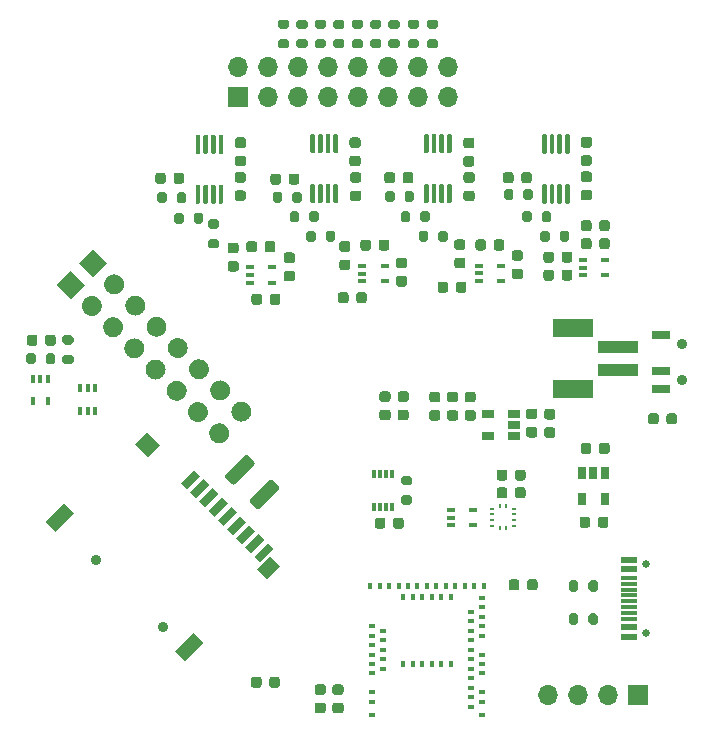
<source format=gbr>
%TF.GenerationSoftware,KiCad,Pcbnew,(5.1.9)-1*%
%TF.CreationDate,2021-05-12T23:31:49+03:00*%
%TF.ProjectId,Ganglion_01,47616e67-6c69-46f6-9e5f-30312e6b6963,01*%
%TF.SameCoordinates,PX4a1f960PY74ffa90*%
%TF.FileFunction,Soldermask,Bot*%
%TF.FilePolarity,Negative*%
%FSLAX46Y46*%
G04 Gerber Fmt 4.6, Leading zero omitted, Abs format (unit mm)*
G04 Created by KiCad (PCBNEW (5.1.9)-1) date 2021-05-12 23:31:49*
%MOMM*%
%LPD*%
G01*
G04 APERTURE LIST*
%ADD10R,0.400000X0.600000*%
%ADD11R,0.600000X0.400000*%
%ADD12R,1.450000X0.600000*%
%ADD13R,1.450000X0.300000*%
%ADD14C,0.650000*%
%ADD15R,0.300000X0.700000*%
%ADD16R,0.650000X1.060000*%
%ADD17R,0.650000X0.400000*%
%ADD18R,0.400000X0.650000*%
%ADD19R,1.060000X0.650000*%
%ADD20C,0.100000*%
%ADD21O,1.700000X1.700000*%
%ADD22R,1.700000X1.700000*%
%ADD23C,0.900000*%
%ADD24R,0.400000X0.250000*%
%ADD25R,0.250000X0.400000*%
%ADD26R,3.400000X1.500000*%
%ADD27R,3.500000X1.000000*%
%ADD28R,1.500000X0.700000*%
G04 APERTURE END LIST*
D10*
%TO.C,U31*%
X39550000Y4800000D03*
X38750000Y4800000D03*
X37950000Y4800000D03*
X37150000Y4800000D03*
X36350000Y4800000D03*
X35550000Y4800000D03*
D11*
X42200000Y500000D03*
X41300000Y1200000D03*
X42200000Y1600000D03*
X41300000Y2000000D03*
X42200000Y2400000D03*
X41300000Y2800000D03*
X41300000Y3600000D03*
X42200000Y4000000D03*
X41300000Y4400000D03*
X42200000Y4800000D03*
X41300000Y5200000D03*
X42200000Y5600000D03*
X41300000Y6000000D03*
X41300000Y6800000D03*
X42200000Y7200000D03*
X41300000Y7600000D03*
X42200000Y8000000D03*
X41300000Y8400000D03*
X42200000Y8800000D03*
X41300000Y9200000D03*
X42200000Y9600000D03*
X42200000Y10400000D03*
D10*
X42350000Y11400000D03*
X41550000Y11400000D03*
X40750000Y11400000D03*
X39950000Y11400000D03*
X39550000Y10500000D03*
X39150000Y11400000D03*
X38750000Y10500000D03*
X38350000Y11400000D03*
X37950000Y10500000D03*
X37550000Y11400000D03*
X37150000Y10500000D03*
X36750000Y11400000D03*
X36350000Y10500000D03*
X35950000Y11400000D03*
X35550000Y10500000D03*
X35150000Y11400000D03*
X34350000Y11400000D03*
X33550000Y11400000D03*
X32750000Y11400000D03*
D11*
X32900000Y8000000D03*
X33800000Y7600000D03*
X32900000Y7200000D03*
X33800000Y6800000D03*
X32900000Y6400000D03*
X33800000Y6000000D03*
X32900000Y5600000D03*
X33800000Y5200000D03*
X32900000Y4800000D03*
X33800000Y4400000D03*
X32900000Y4000000D03*
X32900000Y2400000D03*
X32900000Y1600000D03*
X32900000Y500000D03*
%TD*%
%TO.C,U5*%
G36*
G01*
X18063900Y45385200D02*
X18263900Y45385200D01*
G75*
G02*
X18363900Y45285200I0J-100000D01*
G01*
X18363900Y43860200D01*
G75*
G02*
X18263900Y43760200I-100000J0D01*
G01*
X18063900Y43760200D01*
G75*
G02*
X17963900Y43860200I0J100000D01*
G01*
X17963900Y45285200D01*
G75*
G02*
X18063900Y45385200I100000J0D01*
G01*
G37*
G36*
G01*
X18713900Y45385200D02*
X18913900Y45385200D01*
G75*
G02*
X19013900Y45285200I0J-100000D01*
G01*
X19013900Y43860200D01*
G75*
G02*
X18913900Y43760200I-100000J0D01*
G01*
X18713900Y43760200D01*
G75*
G02*
X18613900Y43860200I0J100000D01*
G01*
X18613900Y45285200D01*
G75*
G02*
X18713900Y45385200I100000J0D01*
G01*
G37*
G36*
G01*
X19363900Y45385200D02*
X19563900Y45385200D01*
G75*
G02*
X19663900Y45285200I0J-100000D01*
G01*
X19663900Y43860200D01*
G75*
G02*
X19563900Y43760200I-100000J0D01*
G01*
X19363900Y43760200D01*
G75*
G02*
X19263900Y43860200I0J100000D01*
G01*
X19263900Y45285200D01*
G75*
G02*
X19363900Y45385200I100000J0D01*
G01*
G37*
G36*
G01*
X20013900Y45385200D02*
X20213900Y45385200D01*
G75*
G02*
X20313900Y45285200I0J-100000D01*
G01*
X20313900Y43860200D01*
G75*
G02*
X20213900Y43760200I-100000J0D01*
G01*
X20013900Y43760200D01*
G75*
G02*
X19913900Y43860200I0J100000D01*
G01*
X19913900Y45285200D01*
G75*
G02*
X20013900Y45385200I100000J0D01*
G01*
G37*
G36*
G01*
X20013900Y49610200D02*
X20213900Y49610200D01*
G75*
G02*
X20313900Y49510200I0J-100000D01*
G01*
X20313900Y48085200D01*
G75*
G02*
X20213900Y47985200I-100000J0D01*
G01*
X20013900Y47985200D01*
G75*
G02*
X19913900Y48085200I0J100000D01*
G01*
X19913900Y49510200D01*
G75*
G02*
X20013900Y49610200I100000J0D01*
G01*
G37*
G36*
G01*
X19363900Y49610200D02*
X19563900Y49610200D01*
G75*
G02*
X19663900Y49510200I0J-100000D01*
G01*
X19663900Y48085200D01*
G75*
G02*
X19563900Y47985200I-100000J0D01*
G01*
X19363900Y47985200D01*
G75*
G02*
X19263900Y48085200I0J100000D01*
G01*
X19263900Y49510200D01*
G75*
G02*
X19363900Y49610200I100000J0D01*
G01*
G37*
G36*
G01*
X18713900Y49610200D02*
X18913900Y49610200D01*
G75*
G02*
X19013900Y49510200I0J-100000D01*
G01*
X19013900Y48085200D01*
G75*
G02*
X18913900Y47985200I-100000J0D01*
G01*
X18713900Y47985200D01*
G75*
G02*
X18613900Y48085200I0J100000D01*
G01*
X18613900Y49510200D01*
G75*
G02*
X18713900Y49610200I100000J0D01*
G01*
G37*
G36*
G01*
X18063900Y49610200D02*
X18263900Y49610200D01*
G75*
G02*
X18363900Y49510200I0J-100000D01*
G01*
X18363900Y48085200D01*
G75*
G02*
X18263900Y47985200I-100000J0D01*
G01*
X18063900Y47985200D01*
G75*
G02*
X17963900Y48085200I0J100000D01*
G01*
X17963900Y49510200D01*
G75*
G02*
X18063900Y49610200I100000J0D01*
G01*
G37*
%TD*%
%TO.C,U4*%
G36*
G01*
X27779400Y45436000D02*
X27979400Y45436000D01*
G75*
G02*
X28079400Y45336000I0J-100000D01*
G01*
X28079400Y43911000D01*
G75*
G02*
X27979400Y43811000I-100000J0D01*
G01*
X27779400Y43811000D01*
G75*
G02*
X27679400Y43911000I0J100000D01*
G01*
X27679400Y45336000D01*
G75*
G02*
X27779400Y45436000I100000J0D01*
G01*
G37*
G36*
G01*
X28429400Y45436000D02*
X28629400Y45436000D01*
G75*
G02*
X28729400Y45336000I0J-100000D01*
G01*
X28729400Y43911000D01*
G75*
G02*
X28629400Y43811000I-100000J0D01*
G01*
X28429400Y43811000D01*
G75*
G02*
X28329400Y43911000I0J100000D01*
G01*
X28329400Y45336000D01*
G75*
G02*
X28429400Y45436000I100000J0D01*
G01*
G37*
G36*
G01*
X29079400Y45436000D02*
X29279400Y45436000D01*
G75*
G02*
X29379400Y45336000I0J-100000D01*
G01*
X29379400Y43911000D01*
G75*
G02*
X29279400Y43811000I-100000J0D01*
G01*
X29079400Y43811000D01*
G75*
G02*
X28979400Y43911000I0J100000D01*
G01*
X28979400Y45336000D01*
G75*
G02*
X29079400Y45436000I100000J0D01*
G01*
G37*
G36*
G01*
X29729400Y45436000D02*
X29929400Y45436000D01*
G75*
G02*
X30029400Y45336000I0J-100000D01*
G01*
X30029400Y43911000D01*
G75*
G02*
X29929400Y43811000I-100000J0D01*
G01*
X29729400Y43811000D01*
G75*
G02*
X29629400Y43911000I0J100000D01*
G01*
X29629400Y45336000D01*
G75*
G02*
X29729400Y45436000I100000J0D01*
G01*
G37*
G36*
G01*
X29729400Y49661000D02*
X29929400Y49661000D01*
G75*
G02*
X30029400Y49561000I0J-100000D01*
G01*
X30029400Y48136000D01*
G75*
G02*
X29929400Y48036000I-100000J0D01*
G01*
X29729400Y48036000D01*
G75*
G02*
X29629400Y48136000I0J100000D01*
G01*
X29629400Y49561000D01*
G75*
G02*
X29729400Y49661000I100000J0D01*
G01*
G37*
G36*
G01*
X29079400Y49661000D02*
X29279400Y49661000D01*
G75*
G02*
X29379400Y49561000I0J-100000D01*
G01*
X29379400Y48136000D01*
G75*
G02*
X29279400Y48036000I-100000J0D01*
G01*
X29079400Y48036000D01*
G75*
G02*
X28979400Y48136000I0J100000D01*
G01*
X28979400Y49561000D01*
G75*
G02*
X29079400Y49661000I100000J0D01*
G01*
G37*
G36*
G01*
X28429400Y49661000D02*
X28629400Y49661000D01*
G75*
G02*
X28729400Y49561000I0J-100000D01*
G01*
X28729400Y48136000D01*
G75*
G02*
X28629400Y48036000I-100000J0D01*
G01*
X28429400Y48036000D01*
G75*
G02*
X28329400Y48136000I0J100000D01*
G01*
X28329400Y49561000D01*
G75*
G02*
X28429400Y49661000I100000J0D01*
G01*
G37*
G36*
G01*
X27779400Y49661000D02*
X27979400Y49661000D01*
G75*
G02*
X28079400Y49561000I0J-100000D01*
G01*
X28079400Y48136000D01*
G75*
G02*
X27979400Y48036000I-100000J0D01*
G01*
X27779400Y48036000D01*
G75*
G02*
X27679400Y48136000I0J100000D01*
G01*
X27679400Y49561000D01*
G75*
G02*
X27779400Y49661000I100000J0D01*
G01*
G37*
%TD*%
%TO.C,U3*%
G36*
G01*
X37406000Y45436000D02*
X37606000Y45436000D01*
G75*
G02*
X37706000Y45336000I0J-100000D01*
G01*
X37706000Y43911000D01*
G75*
G02*
X37606000Y43811000I-100000J0D01*
G01*
X37406000Y43811000D01*
G75*
G02*
X37306000Y43911000I0J100000D01*
G01*
X37306000Y45336000D01*
G75*
G02*
X37406000Y45436000I100000J0D01*
G01*
G37*
G36*
G01*
X38056000Y45436000D02*
X38256000Y45436000D01*
G75*
G02*
X38356000Y45336000I0J-100000D01*
G01*
X38356000Y43911000D01*
G75*
G02*
X38256000Y43811000I-100000J0D01*
G01*
X38056000Y43811000D01*
G75*
G02*
X37956000Y43911000I0J100000D01*
G01*
X37956000Y45336000D01*
G75*
G02*
X38056000Y45436000I100000J0D01*
G01*
G37*
G36*
G01*
X38706000Y45436000D02*
X38906000Y45436000D01*
G75*
G02*
X39006000Y45336000I0J-100000D01*
G01*
X39006000Y43911000D01*
G75*
G02*
X38906000Y43811000I-100000J0D01*
G01*
X38706000Y43811000D01*
G75*
G02*
X38606000Y43911000I0J100000D01*
G01*
X38606000Y45336000D01*
G75*
G02*
X38706000Y45436000I100000J0D01*
G01*
G37*
G36*
G01*
X39356000Y45436000D02*
X39556000Y45436000D01*
G75*
G02*
X39656000Y45336000I0J-100000D01*
G01*
X39656000Y43911000D01*
G75*
G02*
X39556000Y43811000I-100000J0D01*
G01*
X39356000Y43811000D01*
G75*
G02*
X39256000Y43911000I0J100000D01*
G01*
X39256000Y45336000D01*
G75*
G02*
X39356000Y45436000I100000J0D01*
G01*
G37*
G36*
G01*
X39356000Y49661000D02*
X39556000Y49661000D01*
G75*
G02*
X39656000Y49561000I0J-100000D01*
G01*
X39656000Y48136000D01*
G75*
G02*
X39556000Y48036000I-100000J0D01*
G01*
X39356000Y48036000D01*
G75*
G02*
X39256000Y48136000I0J100000D01*
G01*
X39256000Y49561000D01*
G75*
G02*
X39356000Y49661000I100000J0D01*
G01*
G37*
G36*
G01*
X38706000Y49661000D02*
X38906000Y49661000D01*
G75*
G02*
X39006000Y49561000I0J-100000D01*
G01*
X39006000Y48136000D01*
G75*
G02*
X38906000Y48036000I-100000J0D01*
G01*
X38706000Y48036000D01*
G75*
G02*
X38606000Y48136000I0J100000D01*
G01*
X38606000Y49561000D01*
G75*
G02*
X38706000Y49661000I100000J0D01*
G01*
G37*
G36*
G01*
X38056000Y49661000D02*
X38256000Y49661000D01*
G75*
G02*
X38356000Y49561000I0J-100000D01*
G01*
X38356000Y48136000D01*
G75*
G02*
X38256000Y48036000I-100000J0D01*
G01*
X38056000Y48036000D01*
G75*
G02*
X37956000Y48136000I0J100000D01*
G01*
X37956000Y49561000D01*
G75*
G02*
X38056000Y49661000I100000J0D01*
G01*
G37*
G36*
G01*
X37406000Y49661000D02*
X37606000Y49661000D01*
G75*
G02*
X37706000Y49561000I0J-100000D01*
G01*
X37706000Y48136000D01*
G75*
G02*
X37606000Y48036000I-100000J0D01*
G01*
X37406000Y48036000D01*
G75*
G02*
X37306000Y48136000I0J100000D01*
G01*
X37306000Y49561000D01*
G75*
G02*
X37406000Y49661000I100000J0D01*
G01*
G37*
%TD*%
%TO.C,U2*%
G36*
G01*
X47393132Y45412115D02*
X47593132Y45412115D01*
G75*
G02*
X47693132Y45312115I0J-100000D01*
G01*
X47693132Y43887115D01*
G75*
G02*
X47593132Y43787115I-100000J0D01*
G01*
X47393132Y43787115D01*
G75*
G02*
X47293132Y43887115I0J100000D01*
G01*
X47293132Y45312115D01*
G75*
G02*
X47393132Y45412115I100000J0D01*
G01*
G37*
G36*
G01*
X48043132Y45412115D02*
X48243132Y45412115D01*
G75*
G02*
X48343132Y45312115I0J-100000D01*
G01*
X48343132Y43887115D01*
G75*
G02*
X48243132Y43787115I-100000J0D01*
G01*
X48043132Y43787115D01*
G75*
G02*
X47943132Y43887115I0J100000D01*
G01*
X47943132Y45312115D01*
G75*
G02*
X48043132Y45412115I100000J0D01*
G01*
G37*
G36*
G01*
X48693132Y45412115D02*
X48893132Y45412115D01*
G75*
G02*
X48993132Y45312115I0J-100000D01*
G01*
X48993132Y43887115D01*
G75*
G02*
X48893132Y43787115I-100000J0D01*
G01*
X48693132Y43787115D01*
G75*
G02*
X48593132Y43887115I0J100000D01*
G01*
X48593132Y45312115D01*
G75*
G02*
X48693132Y45412115I100000J0D01*
G01*
G37*
G36*
G01*
X49343132Y45412115D02*
X49543132Y45412115D01*
G75*
G02*
X49643132Y45312115I0J-100000D01*
G01*
X49643132Y43887115D01*
G75*
G02*
X49543132Y43787115I-100000J0D01*
G01*
X49343132Y43787115D01*
G75*
G02*
X49243132Y43887115I0J100000D01*
G01*
X49243132Y45312115D01*
G75*
G02*
X49343132Y45412115I100000J0D01*
G01*
G37*
G36*
G01*
X49343132Y49637115D02*
X49543132Y49637115D01*
G75*
G02*
X49643132Y49537115I0J-100000D01*
G01*
X49643132Y48112115D01*
G75*
G02*
X49543132Y48012115I-100000J0D01*
G01*
X49343132Y48012115D01*
G75*
G02*
X49243132Y48112115I0J100000D01*
G01*
X49243132Y49537115D01*
G75*
G02*
X49343132Y49637115I100000J0D01*
G01*
G37*
G36*
G01*
X48693132Y49637115D02*
X48893132Y49637115D01*
G75*
G02*
X48993132Y49537115I0J-100000D01*
G01*
X48993132Y48112115D01*
G75*
G02*
X48893132Y48012115I-100000J0D01*
G01*
X48693132Y48012115D01*
G75*
G02*
X48593132Y48112115I0J100000D01*
G01*
X48593132Y49537115D01*
G75*
G02*
X48693132Y49637115I100000J0D01*
G01*
G37*
G36*
G01*
X48043132Y49637115D02*
X48243132Y49637115D01*
G75*
G02*
X48343132Y49537115I0J-100000D01*
G01*
X48343132Y48112115D01*
G75*
G02*
X48243132Y48012115I-100000J0D01*
G01*
X48043132Y48012115D01*
G75*
G02*
X47943132Y48112115I0J100000D01*
G01*
X47943132Y49537115D01*
G75*
G02*
X48043132Y49637115I100000J0D01*
G01*
G37*
G36*
G01*
X47393132Y49637115D02*
X47593132Y49637115D01*
G75*
G02*
X47693132Y49537115I0J-100000D01*
G01*
X47693132Y48112115D01*
G75*
G02*
X47593132Y48012115I-100000J0D01*
G01*
X47393132Y48012115D01*
G75*
G02*
X47293132Y48112115I0J100000D01*
G01*
X47293132Y49537115D01*
G75*
G02*
X47393132Y49637115I100000J0D01*
G01*
G37*
%TD*%
D12*
%TO.C,USB1*%
X54680000Y7125000D03*
X54680000Y13575000D03*
X54680000Y7900000D03*
X54680000Y12800000D03*
D13*
X54680000Y12100000D03*
X54680000Y8600000D03*
X54680000Y11600000D03*
X54680000Y9100000D03*
X54680000Y11100000D03*
X54680000Y9600000D03*
X54680000Y10100000D03*
X54680000Y10600000D03*
D14*
X56125000Y7460000D03*
X56125000Y13240000D03*
%TD*%
D15*
%TO.C,U23*%
X33100000Y20850000D03*
X33600000Y20850000D03*
X34100000Y20850000D03*
X34600000Y20850000D03*
X34600000Y18100000D03*
X34100000Y18100000D03*
X33600000Y18100000D03*
X33100000Y18100000D03*
%TD*%
%TO.C,R51*%
G36*
G01*
X51225000Y8325000D02*
X51225000Y8875000D01*
G75*
G02*
X51425000Y9075000I200000J0D01*
G01*
X51825000Y9075000D01*
G75*
G02*
X52025000Y8875000I0J-200000D01*
G01*
X52025000Y8325000D01*
G75*
G02*
X51825000Y8125000I-200000J0D01*
G01*
X51425000Y8125000D01*
G75*
G02*
X51225000Y8325000I0J200000D01*
G01*
G37*
G36*
G01*
X49575000Y8325000D02*
X49575000Y8875000D01*
G75*
G02*
X49775000Y9075000I200000J0D01*
G01*
X50175000Y9075000D01*
G75*
G02*
X50375000Y8875000I0J-200000D01*
G01*
X50375000Y8325000D01*
G75*
G02*
X50175000Y8125000I-200000J0D01*
G01*
X49775000Y8125000D01*
G75*
G02*
X49575000Y8325000I0J200000D01*
G01*
G37*
%TD*%
%TO.C,R50*%
G36*
G01*
X51225000Y11125000D02*
X51225000Y11675000D01*
G75*
G02*
X51425000Y11875000I200000J0D01*
G01*
X51825000Y11875000D01*
G75*
G02*
X52025000Y11675000I0J-200000D01*
G01*
X52025000Y11125000D01*
G75*
G02*
X51825000Y10925000I-200000J0D01*
G01*
X51425000Y10925000D01*
G75*
G02*
X51225000Y11125000I0J200000D01*
G01*
G37*
G36*
G01*
X49575000Y11125000D02*
X49575000Y11675000D01*
G75*
G02*
X49775000Y11875000I200000J0D01*
G01*
X50175000Y11875000D01*
G75*
G02*
X50375000Y11675000I0J-200000D01*
G01*
X50375000Y11125000D01*
G75*
G02*
X50175000Y10925000I-200000J0D01*
G01*
X49775000Y10925000D01*
G75*
G02*
X49575000Y11125000I0J200000D01*
G01*
G37*
%TD*%
%TO.C,C48*%
G36*
G01*
X52125000Y22800000D02*
X52125000Y23300000D01*
G75*
G02*
X52350000Y23525000I225000J0D01*
G01*
X52800000Y23525000D01*
G75*
G02*
X53025000Y23300000I0J-225000D01*
G01*
X53025000Y22800000D01*
G75*
G02*
X52800000Y22575000I-225000J0D01*
G01*
X52350000Y22575000D01*
G75*
G02*
X52125000Y22800000I0J225000D01*
G01*
G37*
G36*
G01*
X50575000Y22800000D02*
X50575000Y23300000D01*
G75*
G02*
X50800000Y23525000I225000J0D01*
G01*
X51250000Y23525000D01*
G75*
G02*
X51475000Y23300000I0J-225000D01*
G01*
X51475000Y22800000D01*
G75*
G02*
X51250000Y22575000I-225000J0D01*
G01*
X50800000Y22575000D01*
G75*
G02*
X50575000Y22800000I0J225000D01*
G01*
G37*
%TD*%
%TO.C,C47*%
G36*
G01*
X51375000Y17050000D02*
X51375000Y16550000D01*
G75*
G02*
X51150000Y16325000I-225000J0D01*
G01*
X50700000Y16325000D01*
G75*
G02*
X50475000Y16550000I0J225000D01*
G01*
X50475000Y17050000D01*
G75*
G02*
X50700000Y17275000I225000J0D01*
G01*
X51150000Y17275000D01*
G75*
G02*
X51375000Y17050000I0J-225000D01*
G01*
G37*
G36*
G01*
X52925000Y17050000D02*
X52925000Y16550000D01*
G75*
G02*
X52700000Y16325000I-225000J0D01*
G01*
X52250000Y16325000D01*
G75*
G02*
X52025000Y16550000I0J225000D01*
G01*
X52025000Y17050000D01*
G75*
G02*
X52250000Y17275000I225000J0D01*
G01*
X52700000Y17275000D01*
G75*
G02*
X52925000Y17050000I0J-225000D01*
G01*
G37*
%TD*%
D16*
%TO.C,U32*%
X50700000Y18800000D03*
X52600000Y18800000D03*
X52600000Y21000000D03*
X51650000Y21000000D03*
X50700000Y21000000D03*
%TD*%
D17*
%TO.C,U27*%
X24445000Y37069000D03*
X24445000Y38369000D03*
X22545000Y37719000D03*
X22545000Y38369000D03*
X22545000Y37069000D03*
%TD*%
%TO.C,U26*%
X43830552Y37219659D03*
X43830552Y38519659D03*
X41930552Y37869659D03*
X41930552Y38519659D03*
X41930552Y37219659D03*
%TD*%
%TO.C,U24*%
X33970000Y37196000D03*
X33970000Y38496000D03*
X32070000Y37846000D03*
X32070000Y38496000D03*
X32070000Y37196000D03*
%TD*%
%TO.C,U16*%
X41475700Y16545800D03*
X41475700Y17845800D03*
X39575700Y17195800D03*
X39575700Y17845800D03*
X39575700Y16545800D03*
%TD*%
D18*
%TO.C,U15*%
X4176000Y27066200D03*
X5476000Y27066200D03*
X4826000Y28966200D03*
X5476000Y28966200D03*
X4176000Y28966200D03*
%TD*%
%TO.C,U12*%
X8189200Y26253400D03*
X9489200Y26253400D03*
X8839200Y28153400D03*
X8839200Y26253400D03*
X9489200Y28153400D03*
X8189200Y28153400D03*
%TD*%
D19*
%TO.C,U11*%
X42702300Y25994400D03*
X42702300Y24094400D03*
X44902300Y24094400D03*
X44902300Y25044400D03*
X44902300Y25994400D03*
%TD*%
D17*
%TO.C,U1*%
X52639000Y37704000D03*
X52639000Y39004000D03*
X50739000Y38354000D03*
X50739000Y39004000D03*
X50739000Y37704000D03*
%TD*%
%TO.C,R48*%
G36*
G01*
X23600000Y35925000D02*
X23600000Y35425000D01*
G75*
G02*
X23375000Y35200000I-225000J0D01*
G01*
X22925000Y35200000D01*
G75*
G02*
X22700000Y35425000I0J225000D01*
G01*
X22700000Y35925000D01*
G75*
G02*
X22925000Y36150000I225000J0D01*
G01*
X23375000Y36150000D01*
G75*
G02*
X23600000Y35925000I0J-225000D01*
G01*
G37*
G36*
G01*
X25150000Y35925000D02*
X25150000Y35425000D01*
G75*
G02*
X24925000Y35200000I-225000J0D01*
G01*
X24475000Y35200000D01*
G75*
G02*
X24250000Y35425000I0J225000D01*
G01*
X24250000Y35925000D01*
G75*
G02*
X24475000Y36150000I225000J0D01*
G01*
X24925000Y36150000D01*
G75*
G02*
X25150000Y35925000I0J-225000D01*
G01*
G37*
%TD*%
%TO.C,R46*%
G36*
G01*
X36103922Y19931835D02*
X35553922Y19931835D01*
G75*
G02*
X35353922Y20131835I0J200000D01*
G01*
X35353922Y20531835D01*
G75*
G02*
X35553922Y20731835I200000J0D01*
G01*
X36103922Y20731835D01*
G75*
G02*
X36303922Y20531835I0J-200000D01*
G01*
X36303922Y20131835D01*
G75*
G02*
X36103922Y19931835I-200000J0D01*
G01*
G37*
G36*
G01*
X36103922Y18281835D02*
X35553922Y18281835D01*
G75*
G02*
X35353922Y18481835I0J200000D01*
G01*
X35353922Y18881835D01*
G75*
G02*
X35553922Y19081835I200000J0D01*
G01*
X36103922Y19081835D01*
G75*
G02*
X36303922Y18881835I0J-200000D01*
G01*
X36303922Y18481835D01*
G75*
G02*
X36103922Y18281835I-200000J0D01*
G01*
G37*
%TD*%
%TO.C,R45*%
G36*
G01*
X4439100Y30907400D02*
X4439100Y30357400D01*
G75*
G02*
X4239100Y30157400I-200000J0D01*
G01*
X3839100Y30157400D01*
G75*
G02*
X3639100Y30357400I0J200000D01*
G01*
X3639100Y30907400D01*
G75*
G02*
X3839100Y31107400I200000J0D01*
G01*
X4239100Y31107400D01*
G75*
G02*
X4439100Y30907400I0J-200000D01*
G01*
G37*
G36*
G01*
X6089100Y30907400D02*
X6089100Y30357400D01*
G75*
G02*
X5889100Y30157400I-200000J0D01*
G01*
X5489100Y30157400D01*
G75*
G02*
X5289100Y30357400I0J200000D01*
G01*
X5289100Y30907400D01*
G75*
G02*
X5489100Y31107400I200000J0D01*
G01*
X5889100Y31107400D01*
G75*
G02*
X6089100Y30907400I0J-200000D01*
G01*
G37*
%TD*%
%TO.C,R44*%
G36*
G01*
X6887800Y30982100D02*
X7437800Y30982100D01*
G75*
G02*
X7637800Y30782100I0J-200000D01*
G01*
X7637800Y30382100D01*
G75*
G02*
X7437800Y30182100I-200000J0D01*
G01*
X6887800Y30182100D01*
G75*
G02*
X6687800Y30382100I0J200000D01*
G01*
X6687800Y30782100D01*
G75*
G02*
X6887800Y30982100I200000J0D01*
G01*
G37*
G36*
G01*
X6887800Y32632100D02*
X7437800Y32632100D01*
G75*
G02*
X7637800Y32432100I0J-200000D01*
G01*
X7637800Y32032100D01*
G75*
G02*
X7437800Y31832100I-200000J0D01*
G01*
X6887800Y31832100D01*
G75*
G02*
X6687800Y32032100I0J200000D01*
G01*
X6687800Y32432100D01*
G75*
G02*
X6887800Y32632100I200000J0D01*
G01*
G37*
%TD*%
%TO.C,R36*%
G36*
G01*
X40000000Y36450000D02*
X40000000Y36950000D01*
G75*
G02*
X40225000Y37175000I225000J0D01*
G01*
X40675000Y37175000D01*
G75*
G02*
X40900000Y36950000I0J-225000D01*
G01*
X40900000Y36450000D01*
G75*
G02*
X40675000Y36225000I-225000J0D01*
G01*
X40225000Y36225000D01*
G75*
G02*
X40000000Y36450000I0J225000D01*
G01*
G37*
G36*
G01*
X38450000Y36450000D02*
X38450000Y36950000D01*
G75*
G02*
X38675000Y37175000I225000J0D01*
G01*
X39125000Y37175000D01*
G75*
G02*
X39350000Y36950000I0J-225000D01*
G01*
X39350000Y36450000D01*
G75*
G02*
X39125000Y36225000I-225000J0D01*
G01*
X38675000Y36225000D01*
G75*
G02*
X38450000Y36450000I0J225000D01*
G01*
G37*
%TD*%
%TO.C,R35*%
G36*
G01*
X31567000Y35564000D02*
X31567000Y36064000D01*
G75*
G02*
X31792000Y36289000I225000J0D01*
G01*
X32242000Y36289000D01*
G75*
G02*
X32467000Y36064000I0J-225000D01*
G01*
X32467000Y35564000D01*
G75*
G02*
X32242000Y35339000I-225000J0D01*
G01*
X31792000Y35339000D01*
G75*
G02*
X31567000Y35564000I0J225000D01*
G01*
G37*
G36*
G01*
X30017000Y35564000D02*
X30017000Y36064000D01*
G75*
G02*
X30242000Y36289000I225000J0D01*
G01*
X30692000Y36289000D01*
G75*
G02*
X30917000Y36064000I0J-225000D01*
G01*
X30917000Y35564000D01*
G75*
G02*
X30692000Y35339000I-225000J0D01*
G01*
X30242000Y35339000D01*
G75*
G02*
X30017000Y35564000I0J225000D01*
G01*
G37*
%TD*%
%TO.C,R34*%
G36*
G01*
X48966000Y37469000D02*
X48966000Y37969000D01*
G75*
G02*
X49191000Y38194000I225000J0D01*
G01*
X49641000Y38194000D01*
G75*
G02*
X49866000Y37969000I0J-225000D01*
G01*
X49866000Y37469000D01*
G75*
G02*
X49641000Y37244000I-225000J0D01*
G01*
X49191000Y37244000D01*
G75*
G02*
X48966000Y37469000I0J225000D01*
G01*
G37*
G36*
G01*
X47416000Y37469000D02*
X47416000Y37969000D01*
G75*
G02*
X47641000Y38194000I225000J0D01*
G01*
X48091000Y38194000D01*
G75*
G02*
X48316000Y37969000I0J-225000D01*
G01*
X48316000Y37469000D01*
G75*
G02*
X48091000Y37244000I-225000J0D01*
G01*
X47641000Y37244000D01*
G75*
G02*
X47416000Y37469000I0J225000D01*
G01*
G37*
%TD*%
%TO.C,R31*%
G36*
G01*
X20895500Y38918000D02*
X21395500Y38918000D01*
G75*
G02*
X21620500Y38693000I0J-225000D01*
G01*
X21620500Y38243000D01*
G75*
G02*
X21395500Y38018000I-225000J0D01*
G01*
X20895500Y38018000D01*
G75*
G02*
X20670500Y38243000I0J225000D01*
G01*
X20670500Y38693000D01*
G75*
G02*
X20895500Y38918000I225000J0D01*
G01*
G37*
G36*
G01*
X20895500Y40468000D02*
X21395500Y40468000D01*
G75*
G02*
X21620500Y40243000I0J-225000D01*
G01*
X21620500Y39793000D01*
G75*
G02*
X21395500Y39568000I-225000J0D01*
G01*
X20895500Y39568000D01*
G75*
G02*
X20670500Y39793000I0J225000D01*
G01*
X20670500Y40243000D01*
G75*
G02*
X20895500Y40468000I225000J0D01*
G01*
G37*
%TD*%
%TO.C,R30*%
G36*
G01*
X40090551Y39195658D02*
X40590551Y39195658D01*
G75*
G02*
X40815551Y38970658I0J-225000D01*
G01*
X40815551Y38520658D01*
G75*
G02*
X40590551Y38295658I-225000J0D01*
G01*
X40090551Y38295658D01*
G75*
G02*
X39865551Y38520658I0J225000D01*
G01*
X39865551Y38970658D01*
G75*
G02*
X40090551Y39195658I225000J0D01*
G01*
G37*
G36*
G01*
X40090551Y40745658D02*
X40590551Y40745658D01*
G75*
G02*
X40815551Y40520658I0J-225000D01*
G01*
X40815551Y40070658D01*
G75*
G02*
X40590551Y39845658I-225000J0D01*
G01*
X40090551Y39845658D01*
G75*
G02*
X39865551Y40070658I0J225000D01*
G01*
X39865551Y40520658D01*
G75*
G02*
X40090551Y40745658I225000J0D01*
G01*
G37*
%TD*%
%TO.C,R29*%
G36*
G01*
X25658000Y38092500D02*
X26158000Y38092500D01*
G75*
G02*
X26383000Y37867500I0J-225000D01*
G01*
X26383000Y37417500D01*
G75*
G02*
X26158000Y37192500I-225000J0D01*
G01*
X25658000Y37192500D01*
G75*
G02*
X25433000Y37417500I0J225000D01*
G01*
X25433000Y37867500D01*
G75*
G02*
X25658000Y38092500I225000J0D01*
G01*
G37*
G36*
G01*
X25658000Y39642500D02*
X26158000Y39642500D01*
G75*
G02*
X26383000Y39417500I0J-225000D01*
G01*
X26383000Y38967500D01*
G75*
G02*
X26158000Y38742500I-225000J0D01*
G01*
X25658000Y38742500D01*
G75*
G02*
X25433000Y38967500I0J225000D01*
G01*
X25433000Y39417500D01*
G75*
G02*
X25658000Y39642500I225000J0D01*
G01*
G37*
%TD*%
%TO.C,R26*%
G36*
G01*
X16388900Y43997200D02*
X16388900Y44547200D01*
G75*
G02*
X16588900Y44747200I200000J0D01*
G01*
X16988900Y44747200D01*
G75*
G02*
X17188900Y44547200I0J-200000D01*
G01*
X17188900Y43997200D01*
G75*
G02*
X16988900Y43797200I-200000J0D01*
G01*
X16588900Y43797200D01*
G75*
G02*
X16388900Y43997200I0J200000D01*
G01*
G37*
G36*
G01*
X14738900Y43997200D02*
X14738900Y44547200D01*
G75*
G02*
X14938900Y44747200I200000J0D01*
G01*
X15338900Y44747200D01*
G75*
G02*
X15538900Y44547200I0J-200000D01*
G01*
X15538900Y43997200D01*
G75*
G02*
X15338900Y43797200I-200000J0D01*
G01*
X14938900Y43797200D01*
G75*
G02*
X14738900Y43997200I0J200000D01*
G01*
G37*
%TD*%
%TO.C,R25*%
G36*
G01*
X26155200Y44048000D02*
X26155200Y44598000D01*
G75*
G02*
X26355200Y44798000I200000J0D01*
G01*
X26755200Y44798000D01*
G75*
G02*
X26955200Y44598000I0J-200000D01*
G01*
X26955200Y44048000D01*
G75*
G02*
X26755200Y43848000I-200000J0D01*
G01*
X26355200Y43848000D01*
G75*
G02*
X26155200Y44048000I0J200000D01*
G01*
G37*
G36*
G01*
X24505200Y44048000D02*
X24505200Y44598000D01*
G75*
G02*
X24705200Y44798000I200000J0D01*
G01*
X25105200Y44798000D01*
G75*
G02*
X25305200Y44598000I0J-200000D01*
G01*
X25305200Y44048000D01*
G75*
G02*
X25105200Y43848000I-200000J0D01*
G01*
X24705200Y43848000D01*
G75*
G02*
X24505200Y44048000I0J200000D01*
G01*
G37*
%TD*%
%TO.C,R24*%
G36*
G01*
X35667500Y44111500D02*
X35667500Y44661500D01*
G75*
G02*
X35867500Y44861500I200000J0D01*
G01*
X36267500Y44861500D01*
G75*
G02*
X36467500Y44661500I0J-200000D01*
G01*
X36467500Y44111500D01*
G75*
G02*
X36267500Y43911500I-200000J0D01*
G01*
X35867500Y43911500D01*
G75*
G02*
X35667500Y44111500I0J200000D01*
G01*
G37*
G36*
G01*
X34017500Y44111500D02*
X34017500Y44661500D01*
G75*
G02*
X34217500Y44861500I200000J0D01*
G01*
X34617500Y44861500D01*
G75*
G02*
X34817500Y44661500I0J-200000D01*
G01*
X34817500Y44111500D01*
G75*
G02*
X34617500Y43911500I-200000J0D01*
G01*
X34217500Y43911500D01*
G75*
G02*
X34017500Y44111500I0J200000D01*
G01*
G37*
%TD*%
%TO.C,R23*%
G36*
G01*
X45718132Y44278113D02*
X45718132Y44828113D01*
G75*
G02*
X45918132Y45028113I200000J0D01*
G01*
X46318132Y45028113D01*
G75*
G02*
X46518132Y44828113I0J-200000D01*
G01*
X46518132Y44278113D01*
G75*
G02*
X46318132Y44078113I-200000J0D01*
G01*
X45918132Y44078113D01*
G75*
G02*
X45718132Y44278113I0J200000D01*
G01*
G37*
G36*
G01*
X44068132Y44278113D02*
X44068132Y44828113D01*
G75*
G02*
X44268132Y45028113I200000J0D01*
G01*
X44668132Y45028113D01*
G75*
G02*
X44868132Y44828113I0J-200000D01*
G01*
X44868132Y44278113D01*
G75*
G02*
X44668132Y44078113I-200000J0D01*
G01*
X44268132Y44078113D01*
G75*
G02*
X44068132Y44278113I0J200000D01*
G01*
G37*
%TD*%
%TO.C,R22*%
G36*
G01*
X19769500Y41636500D02*
X19219500Y41636500D01*
G75*
G02*
X19019500Y41836500I0J200000D01*
G01*
X19019500Y42236500D01*
G75*
G02*
X19219500Y42436500I200000J0D01*
G01*
X19769500Y42436500D01*
G75*
G02*
X19969500Y42236500I0J-200000D01*
G01*
X19969500Y41836500D01*
G75*
G02*
X19769500Y41636500I-200000J0D01*
G01*
G37*
G36*
G01*
X19769500Y39986500D02*
X19219500Y39986500D01*
G75*
G02*
X19019500Y40186500I0J200000D01*
G01*
X19019500Y40586500D01*
G75*
G02*
X19219500Y40786500I200000J0D01*
G01*
X19769500Y40786500D01*
G75*
G02*
X19969500Y40586500I0J-200000D01*
G01*
X19969500Y40186500D01*
G75*
G02*
X19769500Y39986500I-200000J0D01*
G01*
G37*
%TD*%
%TO.C,R21*%
G36*
G01*
X16974000Y42820000D02*
X16974000Y42270000D01*
G75*
G02*
X16774000Y42070000I-200000J0D01*
G01*
X16374000Y42070000D01*
G75*
G02*
X16174000Y42270000I0J200000D01*
G01*
X16174000Y42820000D01*
G75*
G02*
X16374000Y43020000I200000J0D01*
G01*
X16774000Y43020000D01*
G75*
G02*
X16974000Y42820000I0J-200000D01*
G01*
G37*
G36*
G01*
X18624000Y42820000D02*
X18624000Y42270000D01*
G75*
G02*
X18424000Y42070000I-200000J0D01*
G01*
X18024000Y42070000D01*
G75*
G02*
X17824000Y42270000I0J200000D01*
G01*
X17824000Y42820000D01*
G75*
G02*
X18024000Y43020000I200000J0D01*
G01*
X18424000Y43020000D01*
G75*
G02*
X18624000Y42820000I0J-200000D01*
G01*
G37*
%TD*%
%TO.C,R20*%
G36*
G01*
X28150000Y41296000D02*
X28150000Y40746000D01*
G75*
G02*
X27950000Y40546000I-200000J0D01*
G01*
X27550000Y40546000D01*
G75*
G02*
X27350000Y40746000I0J200000D01*
G01*
X27350000Y41296000D01*
G75*
G02*
X27550000Y41496000I200000J0D01*
G01*
X27950000Y41496000D01*
G75*
G02*
X28150000Y41296000I0J-200000D01*
G01*
G37*
G36*
G01*
X29800000Y41296000D02*
X29800000Y40746000D01*
G75*
G02*
X29600000Y40546000I-200000J0D01*
G01*
X29200000Y40546000D01*
G75*
G02*
X29000000Y40746000I0J200000D01*
G01*
X29000000Y41296000D01*
G75*
G02*
X29200000Y41496000I200000J0D01*
G01*
X29600000Y41496000D01*
G75*
G02*
X29800000Y41296000I0J-200000D01*
G01*
G37*
%TD*%
%TO.C,R19*%
G36*
G01*
X26753000Y42947000D02*
X26753000Y42397000D01*
G75*
G02*
X26553000Y42197000I-200000J0D01*
G01*
X26153000Y42197000D01*
G75*
G02*
X25953000Y42397000I0J200000D01*
G01*
X25953000Y42947000D01*
G75*
G02*
X26153000Y43147000I200000J0D01*
G01*
X26553000Y43147000D01*
G75*
G02*
X26753000Y42947000I0J-200000D01*
G01*
G37*
G36*
G01*
X28403000Y42947000D02*
X28403000Y42397000D01*
G75*
G02*
X28203000Y42197000I-200000J0D01*
G01*
X27803000Y42197000D01*
G75*
G02*
X27603000Y42397000I0J200000D01*
G01*
X27603000Y42947000D01*
G75*
G02*
X27803000Y43147000I200000J0D01*
G01*
X28203000Y43147000D01*
G75*
G02*
X28403000Y42947000I0J-200000D01*
G01*
G37*
%TD*%
%TO.C,R18*%
G36*
G01*
X38525000Y40746000D02*
X38525000Y41296000D01*
G75*
G02*
X38725000Y41496000I200000J0D01*
G01*
X39125000Y41496000D01*
G75*
G02*
X39325000Y41296000I0J-200000D01*
G01*
X39325000Y40746000D01*
G75*
G02*
X39125000Y40546000I-200000J0D01*
G01*
X38725000Y40546000D01*
G75*
G02*
X38525000Y40746000I0J200000D01*
G01*
G37*
G36*
G01*
X36875000Y40746000D02*
X36875000Y41296000D01*
G75*
G02*
X37075000Y41496000I200000J0D01*
G01*
X37475000Y41496000D01*
G75*
G02*
X37675000Y41296000I0J-200000D01*
G01*
X37675000Y40746000D01*
G75*
G02*
X37475000Y40546000I-200000J0D01*
G01*
X37075000Y40546000D01*
G75*
G02*
X36875000Y40746000I0J200000D01*
G01*
G37*
%TD*%
%TO.C,R17*%
G36*
G01*
X36151000Y42947000D02*
X36151000Y42397000D01*
G75*
G02*
X35951000Y42197000I-200000J0D01*
G01*
X35551000Y42197000D01*
G75*
G02*
X35351000Y42397000I0J200000D01*
G01*
X35351000Y42947000D01*
G75*
G02*
X35551000Y43147000I200000J0D01*
G01*
X35951000Y43147000D01*
G75*
G02*
X36151000Y42947000I0J-200000D01*
G01*
G37*
G36*
G01*
X37801000Y42947000D02*
X37801000Y42397000D01*
G75*
G02*
X37601000Y42197000I-200000J0D01*
G01*
X37201000Y42197000D01*
G75*
G02*
X37001000Y42397000I0J200000D01*
G01*
X37001000Y42947000D01*
G75*
G02*
X37201000Y43147000I200000J0D01*
G01*
X37601000Y43147000D01*
G75*
G02*
X37801000Y42947000I0J-200000D01*
G01*
G37*
%TD*%
%TO.C,R16*%
G36*
G01*
X48812000Y40746000D02*
X48812000Y41296000D01*
G75*
G02*
X49012000Y41496000I200000J0D01*
G01*
X49412000Y41496000D01*
G75*
G02*
X49612000Y41296000I0J-200000D01*
G01*
X49612000Y40746000D01*
G75*
G02*
X49412000Y40546000I-200000J0D01*
G01*
X49012000Y40546000D01*
G75*
G02*
X48812000Y40746000I0J200000D01*
G01*
G37*
G36*
G01*
X47162000Y40746000D02*
X47162000Y41296000D01*
G75*
G02*
X47362000Y41496000I200000J0D01*
G01*
X47762000Y41496000D01*
G75*
G02*
X47962000Y41296000I0J-200000D01*
G01*
X47962000Y40746000D01*
G75*
G02*
X47762000Y40546000I-200000J0D01*
G01*
X47362000Y40546000D01*
G75*
G02*
X47162000Y40746000I0J200000D01*
G01*
G37*
%TD*%
%TO.C,R15*%
G36*
G01*
X46438000Y42947000D02*
X46438000Y42397000D01*
G75*
G02*
X46238000Y42197000I-200000J0D01*
G01*
X45838000Y42197000D01*
G75*
G02*
X45638000Y42397000I0J200000D01*
G01*
X45638000Y42947000D01*
G75*
G02*
X45838000Y43147000I200000J0D01*
G01*
X46238000Y43147000D01*
G75*
G02*
X46438000Y42947000I0J-200000D01*
G01*
G37*
G36*
G01*
X48088000Y42947000D02*
X48088000Y42397000D01*
G75*
G02*
X47888000Y42197000I-200000J0D01*
G01*
X47488000Y42197000D01*
G75*
G02*
X47288000Y42397000I0J200000D01*
G01*
X47288000Y42947000D01*
G75*
G02*
X47488000Y43147000I200000J0D01*
G01*
X47888000Y43147000D01*
G75*
G02*
X48088000Y42947000I0J-200000D01*
G01*
G37*
%TD*%
%TO.C,R14*%
G36*
G01*
X44962000Y38283000D02*
X45462000Y38283000D01*
G75*
G02*
X45687000Y38058000I0J-225000D01*
G01*
X45687000Y37608000D01*
G75*
G02*
X45462000Y37383000I-225000J0D01*
G01*
X44962000Y37383000D01*
G75*
G02*
X44737000Y37608000I0J225000D01*
G01*
X44737000Y38058000D01*
G75*
G02*
X44962000Y38283000I225000J0D01*
G01*
G37*
G36*
G01*
X44962000Y39833000D02*
X45462000Y39833000D01*
G75*
G02*
X45687000Y39608000I0J-225000D01*
G01*
X45687000Y39158000D01*
G75*
G02*
X45462000Y38933000I-225000J0D01*
G01*
X44962000Y38933000D01*
G75*
G02*
X44737000Y39158000I0J225000D01*
G01*
X44737000Y39608000D01*
G75*
G02*
X44962000Y39833000I225000J0D01*
G01*
G37*
%TD*%
%TO.C,R13*%
G36*
G01*
X30357000Y39045000D02*
X30857000Y39045000D01*
G75*
G02*
X31082000Y38820000I0J-225000D01*
G01*
X31082000Y38370000D01*
G75*
G02*
X30857000Y38145000I-225000J0D01*
G01*
X30357000Y38145000D01*
G75*
G02*
X30132000Y38370000I0J225000D01*
G01*
X30132000Y38820000D01*
G75*
G02*
X30357000Y39045000I225000J0D01*
G01*
G37*
G36*
G01*
X30357000Y40595000D02*
X30857000Y40595000D01*
G75*
G02*
X31082000Y40370000I0J-225000D01*
G01*
X31082000Y39920000D01*
G75*
G02*
X30857000Y39695000I-225000J0D01*
G01*
X30357000Y39695000D01*
G75*
G02*
X30132000Y39920000I0J225000D01*
G01*
X30132000Y40370000D01*
G75*
G02*
X30357000Y40595000I225000J0D01*
G01*
G37*
%TD*%
%TO.C,R12*%
G36*
G01*
X48966000Y38993000D02*
X48966000Y39493000D01*
G75*
G02*
X49191000Y39718000I225000J0D01*
G01*
X49641000Y39718000D01*
G75*
G02*
X49866000Y39493000I0J-225000D01*
G01*
X49866000Y38993000D01*
G75*
G02*
X49641000Y38768000I-225000J0D01*
G01*
X49191000Y38768000D01*
G75*
G02*
X48966000Y38993000I0J225000D01*
G01*
G37*
G36*
G01*
X47416000Y38993000D02*
X47416000Y39493000D01*
G75*
G02*
X47641000Y39718000I225000J0D01*
G01*
X48091000Y39718000D01*
G75*
G02*
X48316000Y39493000I0J-225000D01*
G01*
X48316000Y38993000D01*
G75*
G02*
X48091000Y38768000I-225000J0D01*
G01*
X47641000Y38768000D01*
G75*
G02*
X47416000Y38993000I0J225000D01*
G01*
G37*
%TD*%
%TO.C,R11*%
G36*
G01*
X25150400Y57715600D02*
X25700400Y57715600D01*
G75*
G02*
X25900400Y57515600I0J-200000D01*
G01*
X25900400Y57115600D01*
G75*
G02*
X25700400Y56915600I-200000J0D01*
G01*
X25150400Y56915600D01*
G75*
G02*
X24950400Y57115600I0J200000D01*
G01*
X24950400Y57515600D01*
G75*
G02*
X25150400Y57715600I200000J0D01*
G01*
G37*
G36*
G01*
X25150400Y59365600D02*
X25700400Y59365600D01*
G75*
G02*
X25900400Y59165600I0J-200000D01*
G01*
X25900400Y58765600D01*
G75*
G02*
X25700400Y58565600I-200000J0D01*
G01*
X25150400Y58565600D01*
G75*
G02*
X24950400Y58765600I0J200000D01*
G01*
X24950400Y59165600D01*
G75*
G02*
X25150400Y59365600I200000J0D01*
G01*
G37*
%TD*%
%TO.C,R10*%
G36*
G01*
X35150000Y37650000D02*
X35650000Y37650000D01*
G75*
G02*
X35875000Y37425000I0J-225000D01*
G01*
X35875000Y36975000D01*
G75*
G02*
X35650000Y36750000I-225000J0D01*
G01*
X35150000Y36750000D01*
G75*
G02*
X34925000Y36975000I0J225000D01*
G01*
X34925000Y37425000D01*
G75*
G02*
X35150000Y37650000I225000J0D01*
G01*
G37*
G36*
G01*
X35150000Y39200000D02*
X35650000Y39200000D01*
G75*
G02*
X35875000Y38975000I0J-225000D01*
G01*
X35875000Y38525000D01*
G75*
G02*
X35650000Y38300000I-225000J0D01*
G01*
X35150000Y38300000D01*
G75*
G02*
X34925000Y38525000I0J225000D01*
G01*
X34925000Y38975000D01*
G75*
G02*
X35150000Y39200000I225000J0D01*
G01*
G37*
%TD*%
%TO.C,R9*%
G36*
G01*
X28799200Y58565600D02*
X28249200Y58565600D01*
G75*
G02*
X28049200Y58765600I0J200000D01*
G01*
X28049200Y59165600D01*
G75*
G02*
X28249200Y59365600I200000J0D01*
G01*
X28799200Y59365600D01*
G75*
G02*
X28999200Y59165600I0J-200000D01*
G01*
X28999200Y58765600D01*
G75*
G02*
X28799200Y58565600I-200000J0D01*
G01*
G37*
G36*
G01*
X28799200Y56915600D02*
X28249200Y56915600D01*
G75*
G02*
X28049200Y57115600I0J200000D01*
G01*
X28049200Y57515600D01*
G75*
G02*
X28249200Y57715600I200000J0D01*
G01*
X28799200Y57715600D01*
G75*
G02*
X28999200Y57515600I0J-200000D01*
G01*
X28999200Y57115600D01*
G75*
G02*
X28799200Y56915600I-200000J0D01*
G01*
G37*
%TD*%
%TO.C,R8*%
G36*
G01*
X27249800Y58565600D02*
X26699800Y58565600D01*
G75*
G02*
X26499800Y58765600I0J200000D01*
G01*
X26499800Y59165600D01*
G75*
G02*
X26699800Y59365600I200000J0D01*
G01*
X27249800Y59365600D01*
G75*
G02*
X27449800Y59165600I0J-200000D01*
G01*
X27449800Y58765600D01*
G75*
G02*
X27249800Y58565600I-200000J0D01*
G01*
G37*
G36*
G01*
X27249800Y56915600D02*
X26699800Y56915600D01*
G75*
G02*
X26499800Y57115600I0J200000D01*
G01*
X26499800Y57515600D01*
G75*
G02*
X26699800Y57715600I200000J0D01*
G01*
X27249800Y57715600D01*
G75*
G02*
X27449800Y57515600I0J-200000D01*
G01*
X27449800Y57115600D01*
G75*
G02*
X27249800Y56915600I-200000J0D01*
G01*
G37*
%TD*%
%TO.C,R7*%
G36*
G01*
X31948800Y58565600D02*
X31398800Y58565600D01*
G75*
G02*
X31198800Y58765600I0J200000D01*
G01*
X31198800Y59165600D01*
G75*
G02*
X31398800Y59365600I200000J0D01*
G01*
X31948800Y59365600D01*
G75*
G02*
X32148800Y59165600I0J-200000D01*
G01*
X32148800Y58765600D01*
G75*
G02*
X31948800Y58565600I-200000J0D01*
G01*
G37*
G36*
G01*
X31948800Y56915600D02*
X31398800Y56915600D01*
G75*
G02*
X31198800Y57115600I0J200000D01*
G01*
X31198800Y57515600D01*
G75*
G02*
X31398800Y57715600I200000J0D01*
G01*
X31948800Y57715600D01*
G75*
G02*
X32148800Y57515600I0J-200000D01*
G01*
X32148800Y57115600D01*
G75*
G02*
X31948800Y56915600I-200000J0D01*
G01*
G37*
%TD*%
%TO.C,R6*%
G36*
G01*
X30374000Y58565600D02*
X29824000Y58565600D01*
G75*
G02*
X29624000Y58765600I0J200000D01*
G01*
X29624000Y59165600D01*
G75*
G02*
X29824000Y59365600I200000J0D01*
G01*
X30374000Y59365600D01*
G75*
G02*
X30574000Y59165600I0J-200000D01*
G01*
X30574000Y58765600D01*
G75*
G02*
X30374000Y58565600I-200000J0D01*
G01*
G37*
G36*
G01*
X30374000Y56915600D02*
X29824000Y56915600D01*
G75*
G02*
X29624000Y57115600I0J200000D01*
G01*
X29624000Y57515600D01*
G75*
G02*
X29824000Y57715600I200000J0D01*
G01*
X30374000Y57715600D01*
G75*
G02*
X30574000Y57515600I0J-200000D01*
G01*
X30574000Y57115600D01*
G75*
G02*
X30374000Y56915600I-200000J0D01*
G01*
G37*
%TD*%
%TO.C,R5*%
G36*
G01*
X35047600Y58565600D02*
X34497600Y58565600D01*
G75*
G02*
X34297600Y58765600I0J200000D01*
G01*
X34297600Y59165600D01*
G75*
G02*
X34497600Y59365600I200000J0D01*
G01*
X35047600Y59365600D01*
G75*
G02*
X35247600Y59165600I0J-200000D01*
G01*
X35247600Y58765600D01*
G75*
G02*
X35047600Y58565600I-200000J0D01*
G01*
G37*
G36*
G01*
X35047600Y56915600D02*
X34497600Y56915600D01*
G75*
G02*
X34297600Y57115600I0J200000D01*
G01*
X34297600Y57515600D01*
G75*
G02*
X34497600Y57715600I200000J0D01*
G01*
X35047600Y57715600D01*
G75*
G02*
X35247600Y57515600I0J-200000D01*
G01*
X35247600Y57115600D01*
G75*
G02*
X35047600Y56915600I-200000J0D01*
G01*
G37*
%TD*%
%TO.C,R4*%
G36*
G01*
X33498200Y58565600D02*
X32948200Y58565600D01*
G75*
G02*
X32748200Y58765600I0J200000D01*
G01*
X32748200Y59165600D01*
G75*
G02*
X32948200Y59365600I200000J0D01*
G01*
X33498200Y59365600D01*
G75*
G02*
X33698200Y59165600I0J-200000D01*
G01*
X33698200Y58765600D01*
G75*
G02*
X33498200Y58565600I-200000J0D01*
G01*
G37*
G36*
G01*
X33498200Y56915600D02*
X32948200Y56915600D01*
G75*
G02*
X32748200Y57115600I0J200000D01*
G01*
X32748200Y57515600D01*
G75*
G02*
X32948200Y57715600I200000J0D01*
G01*
X33498200Y57715600D01*
G75*
G02*
X33698200Y57515600I0J-200000D01*
G01*
X33698200Y57115600D01*
G75*
G02*
X33498200Y56915600I-200000J0D01*
G01*
G37*
%TD*%
%TO.C,R3*%
G36*
G01*
X36673200Y58565600D02*
X36123200Y58565600D01*
G75*
G02*
X35923200Y58765600I0J200000D01*
G01*
X35923200Y59165600D01*
G75*
G02*
X36123200Y59365600I200000J0D01*
G01*
X36673200Y59365600D01*
G75*
G02*
X36873200Y59165600I0J-200000D01*
G01*
X36873200Y58765600D01*
G75*
G02*
X36673200Y58565600I-200000J0D01*
G01*
G37*
G36*
G01*
X36673200Y56915600D02*
X36123200Y56915600D01*
G75*
G02*
X35923200Y57115600I0J200000D01*
G01*
X35923200Y57515600D01*
G75*
G02*
X36123200Y57715600I200000J0D01*
G01*
X36673200Y57715600D01*
G75*
G02*
X36873200Y57515600I0J-200000D01*
G01*
X36873200Y57115600D01*
G75*
G02*
X36673200Y56915600I-200000J0D01*
G01*
G37*
%TD*%
%TO.C,R2*%
G36*
G01*
X38298800Y58565600D02*
X37748800Y58565600D01*
G75*
G02*
X37548800Y58765600I0J200000D01*
G01*
X37548800Y59165600D01*
G75*
G02*
X37748800Y59365600I200000J0D01*
G01*
X38298800Y59365600D01*
G75*
G02*
X38498800Y59165600I0J-200000D01*
G01*
X38498800Y58765600D01*
G75*
G02*
X38298800Y58565600I-200000J0D01*
G01*
G37*
G36*
G01*
X38298800Y56915600D02*
X37748800Y56915600D01*
G75*
G02*
X37548800Y57115600I0J200000D01*
G01*
X37548800Y57515600D01*
G75*
G02*
X37748800Y57715600I200000J0D01*
G01*
X38298800Y57715600D01*
G75*
G02*
X38498800Y57515600I0J-200000D01*
G01*
X38498800Y57115600D01*
G75*
G02*
X38298800Y56915600I-200000J0D01*
G01*
G37*
%TD*%
%TO.C,R1*%
G36*
G01*
X52141000Y41660000D02*
X52141000Y42160000D01*
G75*
G02*
X52366000Y42385000I225000J0D01*
G01*
X52816000Y42385000D01*
G75*
G02*
X53041000Y42160000I0J-225000D01*
G01*
X53041000Y41660000D01*
G75*
G02*
X52816000Y41435000I-225000J0D01*
G01*
X52366000Y41435000D01*
G75*
G02*
X52141000Y41660000I0J225000D01*
G01*
G37*
G36*
G01*
X50591000Y41660000D02*
X50591000Y42160000D01*
G75*
G02*
X50816000Y42385000I225000J0D01*
G01*
X51266000Y42385000D01*
G75*
G02*
X51491000Y42160000I0J-225000D01*
G01*
X51491000Y41660000D01*
G75*
G02*
X51266000Y41435000I-225000J0D01*
G01*
X50816000Y41435000D01*
G75*
G02*
X50591000Y41660000I0J225000D01*
G01*
G37*
%TD*%
%TO.C,P5*%
G36*
G01*
X21242318Y25561600D02*
X21242318Y25561600D01*
G75*
G02*
X21242318Y26763682I601041J601041D01*
G01*
X21242318Y26763682D01*
G75*
G02*
X22444400Y26763682I601041J-601041D01*
G01*
X22444400Y26763682D01*
G75*
G02*
X22444400Y25561600I-601041J-601041D01*
G01*
X22444400Y25561600D01*
G75*
G02*
X21242318Y25561600I-601041J601041D01*
G01*
G37*
G36*
G01*
X19446266Y27357652D02*
X19446266Y27357652D01*
G75*
G02*
X19446266Y28559734I601041J601041D01*
G01*
X19446266Y28559734D01*
G75*
G02*
X20648348Y28559734I601041J-601041D01*
G01*
X20648348Y28559734D01*
G75*
G02*
X20648348Y27357652I-601041J-601041D01*
G01*
X20648348Y27357652D01*
G75*
G02*
X19446266Y27357652I-601041J601041D01*
G01*
G37*
G36*
G01*
X17650215Y29153703D02*
X17650215Y29153703D01*
G75*
G02*
X17650215Y30355785I601041J601041D01*
G01*
X17650215Y30355785D01*
G75*
G02*
X18852297Y30355785I601041J-601041D01*
G01*
X18852297Y30355785D01*
G75*
G02*
X18852297Y29153703I-601041J-601041D01*
G01*
X18852297Y29153703D01*
G75*
G02*
X17650215Y29153703I-601041J601041D01*
G01*
G37*
G36*
G01*
X15854164Y30949754D02*
X15854164Y30949754D01*
G75*
G02*
X15854164Y32151836I601041J601041D01*
G01*
X15854164Y32151836D01*
G75*
G02*
X17056246Y32151836I601041J-601041D01*
G01*
X17056246Y32151836D01*
G75*
G02*
X17056246Y30949754I-601041J-601041D01*
G01*
X17056246Y30949754D01*
G75*
G02*
X15854164Y30949754I-601041J601041D01*
G01*
G37*
G36*
G01*
X14058113Y32745805D02*
X14058113Y32745805D01*
G75*
G02*
X14058113Y33947887I601041J601041D01*
G01*
X14058113Y33947887D01*
G75*
G02*
X15260195Y33947887I601041J-601041D01*
G01*
X15260195Y33947887D01*
G75*
G02*
X15260195Y32745805I-601041J-601041D01*
G01*
X15260195Y32745805D01*
G75*
G02*
X14058113Y32745805I-601041J601041D01*
G01*
G37*
G36*
G01*
X12262061Y34541857D02*
X12262061Y34541857D01*
G75*
G02*
X12262061Y35743939I601041J601041D01*
G01*
X12262061Y35743939D01*
G75*
G02*
X13464143Y35743939I601041J-601041D01*
G01*
X13464143Y35743939D01*
G75*
G02*
X13464143Y34541857I-601041J-601041D01*
G01*
X13464143Y34541857D01*
G75*
G02*
X12262061Y34541857I-601041J601041D01*
G01*
G37*
G36*
G01*
X10466010Y36337908D02*
X10466010Y36337908D01*
G75*
G02*
X10466010Y37539990I601041J601041D01*
G01*
X10466010Y37539990D01*
G75*
G02*
X11668092Y37539990I601041J-601041D01*
G01*
X11668092Y37539990D01*
G75*
G02*
X11668092Y36337908I-601041J-601041D01*
G01*
X11668092Y36337908D01*
G75*
G02*
X10466010Y36337908I-601041J601041D01*
G01*
G37*
D20*
G36*
X9271000Y37532918D02*
G01*
X8068918Y38735000D01*
X9271000Y39937082D01*
X10473082Y38735000D01*
X9271000Y37532918D01*
G37*
%TD*%
%TO.C,P4*%
G36*
G01*
X19362718Y23732800D02*
X19362718Y23732800D01*
G75*
G02*
X19362718Y24934882I601041J601041D01*
G01*
X19362718Y24934882D01*
G75*
G02*
X20564800Y24934882I601041J-601041D01*
G01*
X20564800Y24934882D01*
G75*
G02*
X20564800Y23732800I-601041J-601041D01*
G01*
X20564800Y23732800D01*
G75*
G02*
X19362718Y23732800I-601041J601041D01*
G01*
G37*
G36*
G01*
X17566666Y25528852D02*
X17566666Y25528852D01*
G75*
G02*
X17566666Y26730934I601041J601041D01*
G01*
X17566666Y26730934D01*
G75*
G02*
X18768748Y26730934I601041J-601041D01*
G01*
X18768748Y26730934D01*
G75*
G02*
X18768748Y25528852I-601041J-601041D01*
G01*
X18768748Y25528852D01*
G75*
G02*
X17566666Y25528852I-601041J601041D01*
G01*
G37*
G36*
G01*
X15770615Y27324903D02*
X15770615Y27324903D01*
G75*
G02*
X15770615Y28526985I601041J601041D01*
G01*
X15770615Y28526985D01*
G75*
G02*
X16972697Y28526985I601041J-601041D01*
G01*
X16972697Y28526985D01*
G75*
G02*
X16972697Y27324903I-601041J-601041D01*
G01*
X16972697Y27324903D01*
G75*
G02*
X15770615Y27324903I-601041J601041D01*
G01*
G37*
G36*
G01*
X13974564Y29120954D02*
X13974564Y29120954D01*
G75*
G02*
X13974564Y30323036I601041J601041D01*
G01*
X13974564Y30323036D01*
G75*
G02*
X15176646Y30323036I601041J-601041D01*
G01*
X15176646Y30323036D01*
G75*
G02*
X15176646Y29120954I-601041J-601041D01*
G01*
X15176646Y29120954D01*
G75*
G02*
X13974564Y29120954I-601041J601041D01*
G01*
G37*
G36*
G01*
X12178513Y30917005D02*
X12178513Y30917005D01*
G75*
G02*
X12178513Y32119087I601041J601041D01*
G01*
X12178513Y32119087D01*
G75*
G02*
X13380595Y32119087I601041J-601041D01*
G01*
X13380595Y32119087D01*
G75*
G02*
X13380595Y30917005I-601041J-601041D01*
G01*
X13380595Y30917005D01*
G75*
G02*
X12178513Y30917005I-601041J601041D01*
G01*
G37*
G36*
G01*
X10382461Y32713057D02*
X10382461Y32713057D01*
G75*
G02*
X10382461Y33915139I601041J601041D01*
G01*
X10382461Y33915139D01*
G75*
G02*
X11584543Y33915139I601041J-601041D01*
G01*
X11584543Y33915139D01*
G75*
G02*
X11584543Y32713057I-601041J-601041D01*
G01*
X11584543Y32713057D01*
G75*
G02*
X10382461Y32713057I-601041J601041D01*
G01*
G37*
G36*
G01*
X8586410Y34509108D02*
X8586410Y34509108D01*
G75*
G02*
X8586410Y35711190I601041J601041D01*
G01*
X8586410Y35711190D01*
G75*
G02*
X9788492Y35711190I601041J-601041D01*
G01*
X9788492Y35711190D01*
G75*
G02*
X9788492Y34509108I-601041J-601041D01*
G01*
X9788492Y34509108D01*
G75*
G02*
X8586410Y34509108I-601041J601041D01*
G01*
G37*
G36*
X7391400Y35704118D02*
G01*
X6189318Y36906200D01*
X7391400Y38108282D01*
X8593482Y36906200D01*
X7391400Y35704118D01*
G37*
%TD*%
D21*
%TO.C,P3*%
X47830000Y2150000D03*
X50370000Y2150000D03*
X52910000Y2150000D03*
D22*
X55450000Y2150000D03*
%TD*%
D21*
%TO.C,P1*%
X39370000Y55372000D03*
X39370000Y52832000D03*
X36830000Y55372000D03*
X36830000Y52832000D03*
X34290000Y55372000D03*
X34290000Y52832000D03*
X31750000Y55372000D03*
X31750000Y52832000D03*
X29210000Y55372000D03*
X29210000Y52832000D03*
X26670000Y55372000D03*
X26670000Y52832000D03*
X24130000Y55372000D03*
X24130000Y52832000D03*
X21590000Y55372000D03*
D22*
X21590000Y52832000D03*
%TD*%
%TO.C,D1*%
G36*
G01*
X57180600Y25802400D02*
X57180600Y25302400D01*
G75*
G02*
X56955600Y25077400I-225000J0D01*
G01*
X56505600Y25077400D01*
G75*
G02*
X56280600Y25302400I0J225000D01*
G01*
X56280600Y25802400D01*
G75*
G02*
X56505600Y26027400I225000J0D01*
G01*
X56955600Y26027400D01*
G75*
G02*
X57180600Y25802400I0J-225000D01*
G01*
G37*
G36*
G01*
X58730600Y25802400D02*
X58730600Y25302400D01*
G75*
G02*
X58505600Y25077400I-225000J0D01*
G01*
X58055600Y25077400D01*
G75*
G02*
X57830600Y25302400I0J225000D01*
G01*
X57830600Y25802400D01*
G75*
G02*
X58055600Y26027400I225000J0D01*
G01*
X58505600Y26027400D01*
G75*
G02*
X58730600Y25802400I0J-225000D01*
G01*
G37*
%TD*%
%TO.C,C44*%
G36*
G01*
X23820000Y39882000D02*
X23820000Y40382000D01*
G75*
G02*
X24045000Y40607000I225000J0D01*
G01*
X24495000Y40607000D01*
G75*
G02*
X24720000Y40382000I0J-225000D01*
G01*
X24720000Y39882000D01*
G75*
G02*
X24495000Y39657000I-225000J0D01*
G01*
X24045000Y39657000D01*
G75*
G02*
X23820000Y39882000I0J225000D01*
G01*
G37*
G36*
G01*
X22270000Y39882000D02*
X22270000Y40382000D01*
G75*
G02*
X22495000Y40607000I225000J0D01*
G01*
X22945000Y40607000D01*
G75*
G02*
X23170000Y40382000I0J-225000D01*
G01*
X23170000Y39882000D01*
G75*
G02*
X22945000Y39657000I-225000J0D01*
G01*
X22495000Y39657000D01*
G75*
G02*
X22270000Y39882000I0J225000D01*
G01*
G37*
%TD*%
%TO.C,C42*%
G36*
G01*
X44353600Y21039900D02*
X44353600Y20539900D01*
G75*
G02*
X44128600Y20314900I-225000J0D01*
G01*
X43678600Y20314900D01*
G75*
G02*
X43453600Y20539900I0J225000D01*
G01*
X43453600Y21039900D01*
G75*
G02*
X43678600Y21264900I225000J0D01*
G01*
X44128600Y21264900D01*
G75*
G02*
X44353600Y21039900I0J-225000D01*
G01*
G37*
G36*
G01*
X45903600Y21039900D02*
X45903600Y20539900D01*
G75*
G02*
X45678600Y20314900I-225000J0D01*
G01*
X45228600Y20314900D01*
G75*
G02*
X45003600Y20539900I0J225000D01*
G01*
X45003600Y21039900D01*
G75*
G02*
X45228600Y21264900I225000J0D01*
G01*
X45678600Y21264900D01*
G75*
G02*
X45903600Y21039900I0J-225000D01*
G01*
G37*
%TD*%
%TO.C,C41*%
G36*
G01*
X44353600Y19541300D02*
X44353600Y19041300D01*
G75*
G02*
X44128600Y18816300I-225000J0D01*
G01*
X43678600Y18816300D01*
G75*
G02*
X43453600Y19041300I0J225000D01*
G01*
X43453600Y19541300D01*
G75*
G02*
X43678600Y19766300I225000J0D01*
G01*
X44128600Y19766300D01*
G75*
G02*
X44353600Y19541300I0J-225000D01*
G01*
G37*
G36*
G01*
X45903600Y19541300D02*
X45903600Y19041300D01*
G75*
G02*
X45678600Y18816300I-225000J0D01*
G01*
X45228600Y18816300D01*
G75*
G02*
X45003600Y19041300I0J225000D01*
G01*
X45003600Y19541300D01*
G75*
G02*
X45228600Y19766300I225000J0D01*
G01*
X45678600Y19766300D01*
G75*
G02*
X45903600Y19541300I0J-225000D01*
G01*
G37*
%TD*%
%TO.C,C40*%
G36*
G01*
X4577200Y32457200D02*
X4577200Y31957200D01*
G75*
G02*
X4352200Y31732200I-225000J0D01*
G01*
X3902200Y31732200D01*
G75*
G02*
X3677200Y31957200I0J225000D01*
G01*
X3677200Y32457200D01*
G75*
G02*
X3902200Y32682200I225000J0D01*
G01*
X4352200Y32682200D01*
G75*
G02*
X4577200Y32457200I0J-225000D01*
G01*
G37*
G36*
G01*
X6127200Y32457200D02*
X6127200Y31957200D01*
G75*
G02*
X5902200Y31732200I-225000J0D01*
G01*
X5452200Y31732200D01*
G75*
G02*
X5227200Y31957200I0J225000D01*
G01*
X5227200Y32457200D01*
G75*
G02*
X5452200Y32682200I225000J0D01*
G01*
X5902200Y32682200D01*
G75*
G02*
X6127200Y32457200I0J-225000D01*
G01*
G37*
%TD*%
%TO.C,C39*%
G36*
G01*
X43205552Y40032658D02*
X43205552Y40532658D01*
G75*
G02*
X43430552Y40757658I225000J0D01*
G01*
X43880552Y40757658D01*
G75*
G02*
X44105552Y40532658I0J-225000D01*
G01*
X44105552Y40032658D01*
G75*
G02*
X43880552Y39807658I-225000J0D01*
G01*
X43430552Y39807658D01*
G75*
G02*
X43205552Y40032658I0J225000D01*
G01*
G37*
G36*
G01*
X41655552Y40032658D02*
X41655552Y40532658D01*
G75*
G02*
X41880552Y40757658I225000J0D01*
G01*
X42330552Y40757658D01*
G75*
G02*
X42555552Y40532658I0J-225000D01*
G01*
X42555552Y40032658D01*
G75*
G02*
X42330552Y39807658I-225000J0D01*
G01*
X41880552Y39807658D01*
G75*
G02*
X41655552Y40032658I0J225000D01*
G01*
G37*
%TD*%
%TO.C,C37*%
G36*
G01*
X33472000Y40009000D02*
X33472000Y40509000D01*
G75*
G02*
X33697000Y40734000I225000J0D01*
G01*
X34147000Y40734000D01*
G75*
G02*
X34372000Y40509000I0J-225000D01*
G01*
X34372000Y40009000D01*
G75*
G02*
X34147000Y39784000I-225000J0D01*
G01*
X33697000Y39784000D01*
G75*
G02*
X33472000Y40009000I0J225000D01*
G01*
G37*
G36*
G01*
X31922000Y40009000D02*
X31922000Y40509000D01*
G75*
G02*
X32147000Y40734000I225000J0D01*
G01*
X32597000Y40734000D01*
G75*
G02*
X32822000Y40509000I0J-225000D01*
G01*
X32822000Y40009000D01*
G75*
G02*
X32597000Y39784000I-225000J0D01*
G01*
X32147000Y39784000D01*
G75*
G02*
X31922000Y40009000I0J225000D01*
G01*
G37*
%TD*%
%TO.C,C36*%
G36*
G01*
X34693418Y16475536D02*
X34693418Y16975536D01*
G75*
G02*
X34918418Y17200536I225000J0D01*
G01*
X35368418Y17200536D01*
G75*
G02*
X35593418Y16975536I0J-225000D01*
G01*
X35593418Y16475536D01*
G75*
G02*
X35368418Y16250536I-225000J0D01*
G01*
X34918418Y16250536D01*
G75*
G02*
X34693418Y16475536I0J225000D01*
G01*
G37*
G36*
G01*
X33143418Y16475536D02*
X33143418Y16975536D01*
G75*
G02*
X33368418Y17200536I225000J0D01*
G01*
X33818418Y17200536D01*
G75*
G02*
X34043418Y16975536I0J-225000D01*
G01*
X34043418Y16475536D01*
G75*
G02*
X33818418Y16250536I-225000J0D01*
G01*
X33368418Y16250536D01*
G75*
G02*
X33143418Y16475536I0J225000D01*
G01*
G37*
%TD*%
%TO.C,C35*%
G36*
G01*
X22899822Y21607215D02*
X21344185Y20051578D01*
G75*
G02*
X20990633Y20051578I-176776J176776D01*
G01*
X20531012Y20511199D01*
G75*
G02*
X20531012Y20864751I176776J176776D01*
G01*
X22086649Y22420388D01*
G75*
G02*
X22440201Y22420388I176776J-176776D01*
G01*
X22899822Y21960767D01*
G75*
G02*
X22899822Y21607215I-176776J-176776D01*
G01*
G37*
G36*
G01*
X24985788Y19521249D02*
X23430151Y17965612D01*
G75*
G02*
X23076599Y17965612I-176776J176776D01*
G01*
X22616978Y18425233D01*
G75*
G02*
X22616978Y18778785I176776J176776D01*
G01*
X24172615Y20334422D01*
G75*
G02*
X24526167Y20334422I176776J-176776D01*
G01*
X24985788Y19874801D01*
G75*
G02*
X24985788Y19521249I-176776J-176776D01*
G01*
G37*
%TD*%
%TO.C,C34*%
G36*
G01*
X41461500Y26944200D02*
X40961500Y26944200D01*
G75*
G02*
X40736500Y27169200I0J225000D01*
G01*
X40736500Y27619200D01*
G75*
G02*
X40961500Y27844200I225000J0D01*
G01*
X41461500Y27844200D01*
G75*
G02*
X41686500Y27619200I0J-225000D01*
G01*
X41686500Y27169200D01*
G75*
G02*
X41461500Y26944200I-225000J0D01*
G01*
G37*
G36*
G01*
X41461500Y25394200D02*
X40961500Y25394200D01*
G75*
G02*
X40736500Y25619200I0J225000D01*
G01*
X40736500Y26069200D01*
G75*
G02*
X40961500Y26294200I225000J0D01*
G01*
X41461500Y26294200D01*
G75*
G02*
X41686500Y26069200I0J-225000D01*
G01*
X41686500Y25619200D01*
G75*
G02*
X41461500Y25394200I-225000J0D01*
G01*
G37*
%TD*%
%TO.C,C33*%
G36*
G01*
X39975600Y26944200D02*
X39475600Y26944200D01*
G75*
G02*
X39250600Y27169200I0J225000D01*
G01*
X39250600Y27619200D01*
G75*
G02*
X39475600Y27844200I225000J0D01*
G01*
X39975600Y27844200D01*
G75*
G02*
X40200600Y27619200I0J-225000D01*
G01*
X40200600Y27169200D01*
G75*
G02*
X39975600Y26944200I-225000J0D01*
G01*
G37*
G36*
G01*
X39975600Y25394200D02*
X39475600Y25394200D01*
G75*
G02*
X39250600Y25619200I0J225000D01*
G01*
X39250600Y26069200D01*
G75*
G02*
X39475600Y26294200I225000J0D01*
G01*
X39975600Y26294200D01*
G75*
G02*
X40200600Y26069200I0J-225000D01*
G01*
X40200600Y25619200D01*
G75*
G02*
X39975600Y25394200I-225000J0D01*
G01*
G37*
%TD*%
%TO.C,C32*%
G36*
G01*
X38477000Y26944200D02*
X37977000Y26944200D01*
G75*
G02*
X37752000Y27169200I0J225000D01*
G01*
X37752000Y27619200D01*
G75*
G02*
X37977000Y27844200I225000J0D01*
G01*
X38477000Y27844200D01*
G75*
G02*
X38702000Y27619200I0J-225000D01*
G01*
X38702000Y27169200D01*
G75*
G02*
X38477000Y26944200I-225000J0D01*
G01*
G37*
G36*
G01*
X38477000Y25394200D02*
X37977000Y25394200D01*
G75*
G02*
X37752000Y25619200I0J225000D01*
G01*
X37752000Y26069200D01*
G75*
G02*
X37977000Y26294200I225000J0D01*
G01*
X38477000Y26294200D01*
G75*
G02*
X38702000Y26069200I0J-225000D01*
G01*
X38702000Y25619200D01*
G75*
G02*
X38477000Y25394200I-225000J0D01*
G01*
G37*
%TD*%
%TO.C,C31*%
G36*
G01*
X46668500Y25521800D02*
X46168500Y25521800D01*
G75*
G02*
X45943500Y25746800I0J225000D01*
G01*
X45943500Y26196800D01*
G75*
G02*
X46168500Y26421800I225000J0D01*
G01*
X46668500Y26421800D01*
G75*
G02*
X46893500Y26196800I0J-225000D01*
G01*
X46893500Y25746800D01*
G75*
G02*
X46668500Y25521800I-225000J0D01*
G01*
G37*
G36*
G01*
X46668500Y23971800D02*
X46168500Y23971800D01*
G75*
G02*
X45943500Y24196800I0J225000D01*
G01*
X45943500Y24646800D01*
G75*
G02*
X46168500Y24871800I225000J0D01*
G01*
X46668500Y24871800D01*
G75*
G02*
X46893500Y24646800I0J-225000D01*
G01*
X46893500Y24196800D01*
G75*
G02*
X46668500Y23971800I-225000J0D01*
G01*
G37*
%TD*%
%TO.C,C30*%
G36*
G01*
X48205200Y25496400D02*
X47705200Y25496400D01*
G75*
G02*
X47480200Y25721400I0J225000D01*
G01*
X47480200Y26171400D01*
G75*
G02*
X47705200Y26396400I225000J0D01*
G01*
X48205200Y26396400D01*
G75*
G02*
X48430200Y26171400I0J-225000D01*
G01*
X48430200Y25721400D01*
G75*
G02*
X48205200Y25496400I-225000J0D01*
G01*
G37*
G36*
G01*
X48205200Y23946400D02*
X47705200Y23946400D01*
G75*
G02*
X47480200Y24171400I0J225000D01*
G01*
X47480200Y24621400D01*
G75*
G02*
X47705200Y24846400I225000J0D01*
G01*
X48205200Y24846400D01*
G75*
G02*
X48430200Y24621400I0J-225000D01*
G01*
X48430200Y24171400D01*
G75*
G02*
X48205200Y23946400I-225000J0D01*
G01*
G37*
%TD*%
%TO.C,C23*%
G36*
G01*
X24200000Y3000000D02*
X24200000Y3500000D01*
G75*
G02*
X24425000Y3725000I225000J0D01*
G01*
X24875000Y3725000D01*
G75*
G02*
X25100000Y3500000I0J-225000D01*
G01*
X25100000Y3000000D01*
G75*
G02*
X24875000Y2775000I-225000J0D01*
G01*
X24425000Y2775000D01*
G75*
G02*
X24200000Y3000000I0J225000D01*
G01*
G37*
G36*
G01*
X22650000Y3000000D02*
X22650000Y3500000D01*
G75*
G02*
X22875000Y3725000I225000J0D01*
G01*
X23325000Y3725000D01*
G75*
G02*
X23550000Y3500000I0J-225000D01*
G01*
X23550000Y3000000D01*
G75*
G02*
X23325000Y2775000I-225000J0D01*
G01*
X22875000Y2775000D01*
G75*
G02*
X22650000Y3000000I0J225000D01*
G01*
G37*
%TD*%
%TO.C,C20*%
G36*
G01*
X29769600Y1524600D02*
X30269600Y1524600D01*
G75*
G02*
X30494600Y1299600I0J-225000D01*
G01*
X30494600Y849600D01*
G75*
G02*
X30269600Y624600I-225000J0D01*
G01*
X29769600Y624600D01*
G75*
G02*
X29544600Y849600I0J225000D01*
G01*
X29544600Y1299600D01*
G75*
G02*
X29769600Y1524600I225000J0D01*
G01*
G37*
G36*
G01*
X29769600Y3074600D02*
X30269600Y3074600D01*
G75*
G02*
X30494600Y2849600I0J-225000D01*
G01*
X30494600Y2399600D01*
G75*
G02*
X30269600Y2174600I-225000J0D01*
G01*
X29769600Y2174600D01*
G75*
G02*
X29544600Y2399600I0J225000D01*
G01*
X29544600Y2849600D01*
G75*
G02*
X29769600Y3074600I225000J0D01*
G01*
G37*
%TD*%
%TO.C,C19*%
G36*
G01*
X45375000Y11750000D02*
X45375000Y11250000D01*
G75*
G02*
X45150000Y11025000I-225000J0D01*
G01*
X44700000Y11025000D01*
G75*
G02*
X44475000Y11250000I0J225000D01*
G01*
X44475000Y11750000D01*
G75*
G02*
X44700000Y11975000I225000J0D01*
G01*
X45150000Y11975000D01*
G75*
G02*
X45375000Y11750000I0J-225000D01*
G01*
G37*
G36*
G01*
X46925000Y11750000D02*
X46925000Y11250000D01*
G75*
G02*
X46700000Y11025000I-225000J0D01*
G01*
X46250000Y11025000D01*
G75*
G02*
X46025000Y11250000I0J225000D01*
G01*
X46025000Y11750000D01*
G75*
G02*
X46250000Y11975000I225000J0D01*
G01*
X46700000Y11975000D01*
G75*
G02*
X46925000Y11750000I0J-225000D01*
G01*
G37*
%TD*%
%TO.C,C18*%
G36*
G01*
X28271000Y1524600D02*
X28771000Y1524600D01*
G75*
G02*
X28996000Y1299600I0J-225000D01*
G01*
X28996000Y849600D01*
G75*
G02*
X28771000Y624600I-225000J0D01*
G01*
X28271000Y624600D01*
G75*
G02*
X28046000Y849600I0J225000D01*
G01*
X28046000Y1299600D01*
G75*
G02*
X28271000Y1524600I225000J0D01*
G01*
G37*
G36*
G01*
X28271000Y3074600D02*
X28771000Y3074600D01*
G75*
G02*
X28996000Y2849600I0J-225000D01*
G01*
X28996000Y2399600D01*
G75*
G02*
X28771000Y2174600I-225000J0D01*
G01*
X28271000Y2174600D01*
G75*
G02*
X28046000Y2399600I0J225000D01*
G01*
X28046000Y2849600D01*
G75*
G02*
X28271000Y3074600I225000J0D01*
G01*
G37*
%TD*%
%TO.C,C17*%
G36*
G01*
X35297300Y26332300D02*
X35797300Y26332300D01*
G75*
G02*
X36022300Y26107300I0J-225000D01*
G01*
X36022300Y25657300D01*
G75*
G02*
X35797300Y25432300I-225000J0D01*
G01*
X35297300Y25432300D01*
G75*
G02*
X35072300Y25657300I0J225000D01*
G01*
X35072300Y26107300D01*
G75*
G02*
X35297300Y26332300I225000J0D01*
G01*
G37*
G36*
G01*
X35297300Y27882300D02*
X35797300Y27882300D01*
G75*
G02*
X36022300Y27657300I0J-225000D01*
G01*
X36022300Y27207300D01*
G75*
G02*
X35797300Y26982300I-225000J0D01*
G01*
X35297300Y26982300D01*
G75*
G02*
X35072300Y27207300I0J225000D01*
G01*
X35072300Y27657300D01*
G75*
G02*
X35297300Y27882300I225000J0D01*
G01*
G37*
%TD*%
%TO.C,C16*%
G36*
G01*
X33747900Y26332300D02*
X34247900Y26332300D01*
G75*
G02*
X34472900Y26107300I0J-225000D01*
G01*
X34472900Y25657300D01*
G75*
G02*
X34247900Y25432300I-225000J0D01*
G01*
X33747900Y25432300D01*
G75*
G02*
X33522900Y25657300I0J225000D01*
G01*
X33522900Y26107300D01*
G75*
G02*
X33747900Y26332300I225000J0D01*
G01*
G37*
G36*
G01*
X33747900Y27882300D02*
X34247900Y27882300D01*
G75*
G02*
X34472900Y27657300I0J-225000D01*
G01*
X34472900Y27207300D01*
G75*
G02*
X34247900Y26982300I-225000J0D01*
G01*
X33747900Y26982300D01*
G75*
G02*
X33522900Y27207300I0J225000D01*
G01*
X33522900Y27657300D01*
G75*
G02*
X33747900Y27882300I225000J0D01*
G01*
G37*
%TD*%
%TO.C,C13*%
G36*
G01*
X16098400Y45673200D02*
X16098400Y46173200D01*
G75*
G02*
X16323400Y46398200I225000J0D01*
G01*
X16773400Y46398200D01*
G75*
G02*
X16998400Y46173200I0J-225000D01*
G01*
X16998400Y45673200D01*
G75*
G02*
X16773400Y45448200I-225000J0D01*
G01*
X16323400Y45448200D01*
G75*
G02*
X16098400Y45673200I0J225000D01*
G01*
G37*
G36*
G01*
X14548400Y45673200D02*
X14548400Y46173200D01*
G75*
G02*
X14773400Y46398200I225000J0D01*
G01*
X15223400Y46398200D01*
G75*
G02*
X15448400Y46173200I0J-225000D01*
G01*
X15448400Y45673200D01*
G75*
G02*
X15223400Y45448200I-225000J0D01*
G01*
X14773400Y45448200D01*
G75*
G02*
X14548400Y45673200I0J225000D01*
G01*
G37*
%TD*%
%TO.C,C12*%
G36*
G01*
X25852000Y45597000D02*
X25852000Y46097000D01*
G75*
G02*
X26077000Y46322000I225000J0D01*
G01*
X26527000Y46322000D01*
G75*
G02*
X26752000Y46097000I0J-225000D01*
G01*
X26752000Y45597000D01*
G75*
G02*
X26527000Y45372000I-225000J0D01*
G01*
X26077000Y45372000D01*
G75*
G02*
X25852000Y45597000I0J225000D01*
G01*
G37*
G36*
G01*
X24302000Y45597000D02*
X24302000Y46097000D01*
G75*
G02*
X24527000Y46322000I225000J0D01*
G01*
X24977000Y46322000D01*
G75*
G02*
X25202000Y46097000I0J-225000D01*
G01*
X25202000Y45597000D01*
G75*
G02*
X24977000Y45372000I-225000J0D01*
G01*
X24527000Y45372000D01*
G75*
G02*
X24302000Y45597000I0J225000D01*
G01*
G37*
%TD*%
%TO.C,C11*%
G36*
G01*
X35504000Y45724000D02*
X35504000Y46224000D01*
G75*
G02*
X35729000Y46449000I225000J0D01*
G01*
X36179000Y46449000D01*
G75*
G02*
X36404000Y46224000I0J-225000D01*
G01*
X36404000Y45724000D01*
G75*
G02*
X36179000Y45499000I-225000J0D01*
G01*
X35729000Y45499000D01*
G75*
G02*
X35504000Y45724000I0J225000D01*
G01*
G37*
G36*
G01*
X33954000Y45724000D02*
X33954000Y46224000D01*
G75*
G02*
X34179000Y46449000I225000J0D01*
G01*
X34629000Y46449000D01*
G75*
G02*
X34854000Y46224000I0J-225000D01*
G01*
X34854000Y45724000D01*
G75*
G02*
X34629000Y45499000I-225000J0D01*
G01*
X34179000Y45499000D01*
G75*
G02*
X33954000Y45724000I0J225000D01*
G01*
G37*
%TD*%
%TO.C,C10*%
G36*
G01*
X44887000Y46224000D02*
X44887000Y45724000D01*
G75*
G02*
X44662000Y45499000I-225000J0D01*
G01*
X44212000Y45499000D01*
G75*
G02*
X43987000Y45724000I0J225000D01*
G01*
X43987000Y46224000D01*
G75*
G02*
X44212000Y46449000I225000J0D01*
G01*
X44662000Y46449000D01*
G75*
G02*
X44887000Y46224000I0J-225000D01*
G01*
G37*
G36*
G01*
X46437000Y46224000D02*
X46437000Y45724000D01*
G75*
G02*
X46212000Y45499000I-225000J0D01*
G01*
X45762000Y45499000D01*
G75*
G02*
X45537000Y45724000I0J225000D01*
G01*
X45537000Y46224000D01*
G75*
G02*
X45762000Y46449000I225000J0D01*
G01*
X46212000Y46449000D01*
G75*
G02*
X46437000Y46224000I0J-225000D01*
G01*
G37*
%TD*%
%TO.C,C9*%
G36*
G01*
X52141000Y40136000D02*
X52141000Y40636000D01*
G75*
G02*
X52366000Y40861000I225000J0D01*
G01*
X52816000Y40861000D01*
G75*
G02*
X53041000Y40636000I0J-225000D01*
G01*
X53041000Y40136000D01*
G75*
G02*
X52816000Y39911000I-225000J0D01*
G01*
X52366000Y39911000D01*
G75*
G02*
X52141000Y40136000I0J225000D01*
G01*
G37*
G36*
G01*
X50591000Y40136000D02*
X50591000Y40636000D01*
G75*
G02*
X50816000Y40861000I225000J0D01*
G01*
X51266000Y40861000D01*
G75*
G02*
X51491000Y40636000I0J-225000D01*
G01*
X51491000Y40136000D01*
G75*
G02*
X51266000Y39911000I-225000J0D01*
G01*
X50816000Y39911000D01*
G75*
G02*
X50591000Y40136000I0J225000D01*
G01*
G37*
%TD*%
%TO.C,C8*%
G36*
G01*
X21992400Y45549700D02*
X21492400Y45549700D01*
G75*
G02*
X21267400Y45774700I0J225000D01*
G01*
X21267400Y46224700D01*
G75*
G02*
X21492400Y46449700I225000J0D01*
G01*
X21992400Y46449700D01*
G75*
G02*
X22217400Y46224700I0J-225000D01*
G01*
X22217400Y45774700D01*
G75*
G02*
X21992400Y45549700I-225000J0D01*
G01*
G37*
G36*
G01*
X21992400Y43999700D02*
X21492400Y43999700D01*
G75*
G02*
X21267400Y44224700I0J225000D01*
G01*
X21267400Y44674700D01*
G75*
G02*
X21492400Y44899700I225000J0D01*
G01*
X21992400Y44899700D01*
G75*
G02*
X22217400Y44674700I0J-225000D01*
G01*
X22217400Y44224700D01*
G75*
G02*
X21992400Y43999700I-225000J0D01*
G01*
G37*
%TD*%
%TO.C,C7*%
G36*
G01*
X21517800Y47833400D02*
X22017800Y47833400D01*
G75*
G02*
X22242800Y47608400I0J-225000D01*
G01*
X22242800Y47158400D01*
G75*
G02*
X22017800Y46933400I-225000J0D01*
G01*
X21517800Y46933400D01*
G75*
G02*
X21292800Y47158400I0J225000D01*
G01*
X21292800Y47608400D01*
G75*
G02*
X21517800Y47833400I225000J0D01*
G01*
G37*
G36*
G01*
X21517800Y49383400D02*
X22017800Y49383400D01*
G75*
G02*
X22242800Y49158400I0J-225000D01*
G01*
X22242800Y48708400D01*
G75*
G02*
X22017800Y48483400I-225000J0D01*
G01*
X21517800Y48483400D01*
G75*
G02*
X21292800Y48708400I0J225000D01*
G01*
X21292800Y49158400D01*
G75*
G02*
X21517800Y49383400I225000J0D01*
G01*
G37*
%TD*%
%TO.C,C6*%
G36*
G01*
X31771400Y45537000D02*
X31271400Y45537000D01*
G75*
G02*
X31046400Y45762000I0J225000D01*
G01*
X31046400Y46212000D01*
G75*
G02*
X31271400Y46437000I225000J0D01*
G01*
X31771400Y46437000D01*
G75*
G02*
X31996400Y46212000I0J-225000D01*
G01*
X31996400Y45762000D01*
G75*
G02*
X31771400Y45537000I-225000J0D01*
G01*
G37*
G36*
G01*
X31771400Y43987000D02*
X31271400Y43987000D01*
G75*
G02*
X31046400Y44212000I0J225000D01*
G01*
X31046400Y44662000D01*
G75*
G02*
X31271400Y44887000I225000J0D01*
G01*
X31771400Y44887000D01*
G75*
G02*
X31996400Y44662000I0J-225000D01*
G01*
X31996400Y44212000D01*
G75*
G02*
X31771400Y43987000I-225000J0D01*
G01*
G37*
%TD*%
%TO.C,C5*%
G36*
G01*
X31220600Y47833400D02*
X31720600Y47833400D01*
G75*
G02*
X31945600Y47608400I0J-225000D01*
G01*
X31945600Y47158400D01*
G75*
G02*
X31720600Y46933400I-225000J0D01*
G01*
X31220600Y46933400D01*
G75*
G02*
X30995600Y47158400I0J225000D01*
G01*
X30995600Y47608400D01*
G75*
G02*
X31220600Y47833400I225000J0D01*
G01*
G37*
G36*
G01*
X31220600Y49383400D02*
X31720600Y49383400D01*
G75*
G02*
X31945600Y49158400I0J-225000D01*
G01*
X31945600Y48708400D01*
G75*
G02*
X31720600Y48483400I-225000J0D01*
G01*
X31220600Y48483400D01*
G75*
G02*
X30995600Y48708400I0J225000D01*
G01*
X30995600Y49158400D01*
G75*
G02*
X31220600Y49383400I225000J0D01*
G01*
G37*
%TD*%
%TO.C,C4*%
G36*
G01*
X41372600Y45537000D02*
X40872600Y45537000D01*
G75*
G02*
X40647600Y45762000I0J225000D01*
G01*
X40647600Y46212000D01*
G75*
G02*
X40872600Y46437000I225000J0D01*
G01*
X41372600Y46437000D01*
G75*
G02*
X41597600Y46212000I0J-225000D01*
G01*
X41597600Y45762000D01*
G75*
G02*
X41372600Y45537000I-225000J0D01*
G01*
G37*
G36*
G01*
X41372600Y43987000D02*
X40872600Y43987000D01*
G75*
G02*
X40647600Y44212000I0J225000D01*
G01*
X40647600Y44662000D01*
G75*
G02*
X40872600Y44887000I225000J0D01*
G01*
X41372600Y44887000D01*
G75*
G02*
X41597600Y44662000I0J-225000D01*
G01*
X41597600Y44212000D01*
G75*
G02*
X41372600Y43987000I-225000J0D01*
G01*
G37*
%TD*%
%TO.C,C3*%
G36*
G01*
X40847200Y47808000D02*
X41347200Y47808000D01*
G75*
G02*
X41572200Y47583000I0J-225000D01*
G01*
X41572200Y47133000D01*
G75*
G02*
X41347200Y46908000I-225000J0D01*
G01*
X40847200Y46908000D01*
G75*
G02*
X40622200Y47133000I0J225000D01*
G01*
X40622200Y47583000D01*
G75*
G02*
X40847200Y47808000I225000J0D01*
G01*
G37*
G36*
G01*
X40847200Y49358000D02*
X41347200Y49358000D01*
G75*
G02*
X41572200Y49133000I0J-225000D01*
G01*
X41572200Y48683000D01*
G75*
G02*
X41347200Y48458000I-225000J0D01*
G01*
X40847200Y48458000D01*
G75*
G02*
X40622200Y48683000I0J225000D01*
G01*
X40622200Y49133000D01*
G75*
G02*
X40847200Y49358000I225000J0D01*
G01*
G37*
%TD*%
%TO.C,C2*%
G36*
G01*
X51304000Y45600500D02*
X50804000Y45600500D01*
G75*
G02*
X50579000Y45825500I0J225000D01*
G01*
X50579000Y46275500D01*
G75*
G02*
X50804000Y46500500I225000J0D01*
G01*
X51304000Y46500500D01*
G75*
G02*
X51529000Y46275500I0J-225000D01*
G01*
X51529000Y45825500D01*
G75*
G02*
X51304000Y45600500I-225000J0D01*
G01*
G37*
G36*
G01*
X51304000Y44050500D02*
X50804000Y44050500D01*
G75*
G02*
X50579000Y44275500I0J225000D01*
G01*
X50579000Y44725500D01*
G75*
G02*
X50804000Y44950500I225000J0D01*
G01*
X51304000Y44950500D01*
G75*
G02*
X51529000Y44725500I0J-225000D01*
G01*
X51529000Y44275500D01*
G75*
G02*
X51304000Y44050500I-225000J0D01*
G01*
G37*
%TD*%
%TO.C,C1*%
G36*
G01*
X50804000Y47871500D02*
X51304000Y47871500D01*
G75*
G02*
X51529000Y47646500I0J-225000D01*
G01*
X51529000Y47196500D01*
G75*
G02*
X51304000Y46971500I-225000J0D01*
G01*
X50804000Y46971500D01*
G75*
G02*
X50579000Y47196500I0J225000D01*
G01*
X50579000Y47646500D01*
G75*
G02*
X50804000Y47871500I225000J0D01*
G01*
G37*
G36*
G01*
X50804000Y49421500D02*
X51304000Y49421500D01*
G75*
G02*
X51529000Y49196500I0J-225000D01*
G01*
X51529000Y48746500D01*
G75*
G02*
X51304000Y48521500I-225000J0D01*
G01*
X50804000Y48521500D01*
G75*
G02*
X50579000Y48746500I0J225000D01*
G01*
X50579000Y49196500D01*
G75*
G02*
X50804000Y49421500I225000J0D01*
G01*
G37*
%TD*%
D20*
%TO.C,U13*%
G36*
X14962147Y23295251D02*
G01*
X13972198Y22305302D01*
X12840827Y23436673D01*
X13830776Y24426622D01*
X14962147Y23295251D01*
G37*
G36*
X7678948Y17567686D02*
G01*
X6123313Y16012051D01*
X5274784Y16860580D01*
X6830419Y18416215D01*
X7678948Y17567686D01*
G37*
G36*
X18639103Y6607531D02*
G01*
X17083468Y5051896D01*
X16234939Y5900425D01*
X17790574Y7456060D01*
X18639103Y6607531D01*
G37*
G36*
X25144484Y13112914D02*
G01*
X24013114Y11981544D01*
X23164586Y12830072D01*
X24295956Y13961442D01*
X25144484Y13112914D01*
G37*
D23*
X15174279Y7951035D03*
X9517425Y13607889D03*
D20*
G36*
X19911895Y19194032D02*
G01*
X18780524Y18062661D01*
X18285549Y18557636D01*
X19416920Y19689007D01*
X19911895Y19194032D01*
G37*
G36*
X19134077Y19971850D02*
G01*
X18002706Y18840479D01*
X17507731Y19335454D01*
X18639102Y20466825D01*
X19134077Y19971850D01*
G37*
G36*
X18356260Y20749667D02*
G01*
X17224889Y19618296D01*
X16729914Y20113271D01*
X17861285Y21244642D01*
X18356260Y20749667D01*
G37*
G36*
X20689712Y18416215D02*
G01*
X19558341Y17284844D01*
X19063366Y17779819D01*
X20194737Y18911190D01*
X20689712Y18416215D01*
G37*
G36*
X21467530Y17638397D02*
G01*
X20336159Y16507026D01*
X19841184Y17002001D01*
X20972555Y18133372D01*
X21467530Y17638397D01*
G37*
G36*
X22245347Y16860580D02*
G01*
X21113976Y15729209D01*
X20619001Y16224184D01*
X21750372Y17355555D01*
X22245347Y16860580D01*
G37*
G36*
X23023165Y16082763D02*
G01*
X21891794Y14951392D01*
X21396819Y15446367D01*
X22528190Y16577738D01*
X23023165Y16082763D01*
G37*
G36*
X23800982Y15304945D02*
G01*
X22669611Y14173574D01*
X22174636Y14668549D01*
X23306007Y15799920D01*
X23800982Y15304945D01*
G37*
G36*
X24578799Y14527128D02*
G01*
X23447428Y13395757D01*
X22952453Y13890732D01*
X24083824Y15022103D01*
X24578799Y14527128D01*
G37*
%TD*%
D24*
%TO.C,U17*%
X43065300Y16459200D03*
X43065300Y16959200D03*
X43065300Y17459200D03*
X43065300Y17959200D03*
X44915300Y17459200D03*
X44915300Y16959200D03*
X44915300Y16459200D03*
D25*
X44240300Y16284200D03*
X43740300Y16284200D03*
X44240300Y18134200D03*
X43740300Y18134200D03*
D24*
X44915300Y17959200D03*
%TD*%
D26*
%TO.C,B1*%
X49911000Y28067000D03*
X49911000Y33267000D03*
D27*
X53711000Y29667000D03*
X53711000Y31667000D03*
%TD*%
D23*
%TO.C,SW5*%
X59154000Y28863600D03*
D28*
X57404000Y28113600D03*
X57404000Y29613600D03*
X57404000Y32613600D03*
D23*
X59154000Y31863600D03*
%TD*%
M02*

</source>
